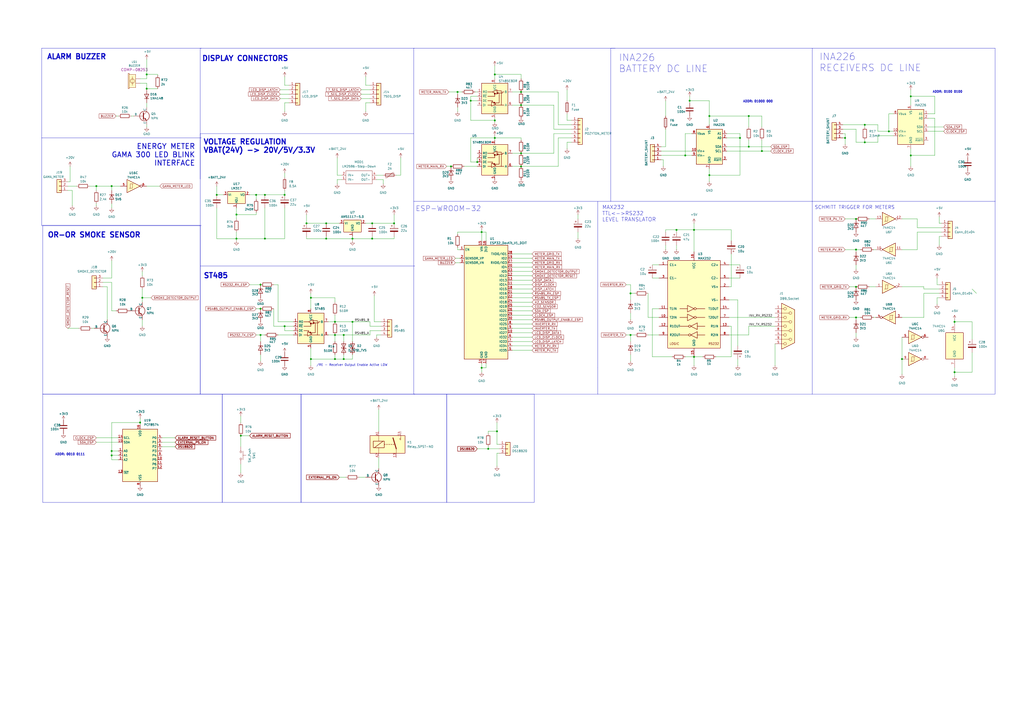
<source format=kicad_sch>
(kicad_sch (version 20231120) (generator "eeschema") (generator_version "8.0")
  (paper "A2")
  (junction (at 276.86 93.98))
  (junction (at 496.57 144.78))
  (junction (at 429.26 80.01))
  (junction (at 287.02 80.01))
  (junction (at 392.43 133.35))
  (junction (at 151.13 165.1))
  (junction (at 180.34 172.72))
  (junction (at 283.21 260.35))
  (junction (at 228.6 129.54))
  (junction (at 496.57 184.15))
  (junction (at 302.26 96.52))
  (junction (at 441.96 87.63))
  (junction (at 180.34 208.28))
  (junction (at 553.72 186.69))
  (junction (at 528.32 55.88))
  (junction (at 55.88 107.95))
  (junction (at 397.51 90.17))
  (junction (at 215.9 138.43))
  (junction (at 273.05 58.42))
  (junction (at 279.4 134.62))
  (junction (at 199.39 208.28))
  (junction (at 194.31 186.69))
  (junction (at 165.1 113.03))
  (junction (at 302.26 60.96))
  (junction (at 153.67 138.43))
  (junction (at 189.23 138.43))
  (junction (at 64.77 264.16))
  (junction (at 411.48 67.31))
  (junction (at 194.31 194.31))
  (junction (at 165.1 189.23))
  (junction (at 288.29 250.19))
  (junction (at 287.02 43.18))
  (junction (at 261.62 96.52))
  (junction (at 81.28 245.11))
  (junction (at 151.13 194.31))
  (junction (at 434.34 85.09))
  (junction (at 153.67 113.03))
  (junction (at 204.47 186.69))
  (junction (at 82.55 172.72))
  (junction (at 490.22 80.01))
  (junction (at 523.24 208.28))
  (junction (at 501.65 72.39))
  (junction (at 402.59 133.35))
  (junction (at 528.32 90.17))
  (junction (at 501.65 82.55))
  (junction (at 148.59 113.03))
  (junction (at 365.76 194.31))
  (junction (at 302.26 88.9))
  (junction (at 125.73 113.03))
  (junction (at 199.39 194.31))
  (junction (at 204.47 138.43))
  (junction (at 137.16 124.46))
  (junction (at 496.57 127))
  (junction (at 496.57 166.37))
  (junction (at 215.9 129.54))
  (junction (at 64.77 261.62))
  (junction (at 139.7 252.73))
  (junction (at 302.26 53.34))
  (junction (at 553.72 215.9))
  (junction (at 137.16 138.43))
  (junction (at 411.48 101.6))
  (junction (at 151.13 179.07))
  (junction (at 177.8 129.54))
  (junction (at 265.43 53.34))
  (junction (at 189.23 129.54))
  (junction (at 64.77 107.95))
  (junction (at 85.09 51.435))
  (junction (at 365.76 170.18))
  (junction (at 279.4 213.36))
  (junction (at 434.34 67.31))
  (junction (at 85.09 43.18))
  (junction (at 194.31 208.28))
  (junction (at 402.59 207.01))
  (junction (at 287.02 69.85))
  (junction (at 400.05 58.42))
  (junction (at 515.62 76.2))
  (bus_entry (at 563.88 167.64) (size 2.54 2.54))
  (wire (pts (xy 52.07 107.95) (xy 55.88 107.95)))
  (wire (pts (xy 214.63 49.53) (xy 212.09 49.53)))
  (wire (pts (xy 194.31 175.26) (xy 194.31 172.72)))
  (wire (pts (xy 427.99 200.66) (xy 427.99 173.99)))
  (wire (pts (xy 302.26 88.9) (xy 297.18 88.9)))
  (wire (pts (xy 384.81 92.71) (xy 384.81 96.52)))
  (wire (pts (xy 180.34 208.28) (xy 180.34 212.09)))
  (wire (pts (xy 180.34 201.93) (xy 180.34 208.28)))
  (wire (pts (xy 67.31 67.31) (xy 68.58 67.31)))
  (wire (pts (xy 287.02 78.74) (xy 287.02 80.01)))
  (wire (pts (xy 180.34 170.18) (xy 180.34 172.72)))
  (wire (pts (xy 59.69 166.37) (xy 62.23 166.37)))
  (wire (pts (xy 85.09 45.72) (xy 85.09 43.18)))
  (wire (pts (xy 283.21 260.35) (xy 283.21 259.08)))
  (wire (pts (xy 204.47 138.43) (xy 204.47 139.7)))
  (wire (pts (xy 276.86 91.44) (xy 276.86 93.98)))
  (wire (pts (xy 212.09 59.69) (xy 214.63 59.69)))
  (polyline (pts (xy 24.13 130.81) (xy 24.13 80.01)))
  (wire (pts (xy 55.88 107.95) (xy 55.88 110.49)))
  (wire (pts (xy 434.34 189.23) (xy 434.34 194.31)))
  (wire (pts (xy 204.47 208.28) (xy 199.39 208.28)))
  (wire (pts (xy 287.02 80.01) (xy 302.26 80.01)))
  (wire (pts (xy 297.18 154.94) (xy 308.61 154.94)))
  (wire (pts (xy 546.1 132.08) (xy 532.13 132.08)))
  (wire (pts (xy 151.13 194.31) (xy 153.67 194.31)))
  (wire (pts (xy 161.29 194.31) (xy 170.18 194.31)))
  (wire (pts (xy 177.8 129.54) (xy 189.23 129.54)))
  (wire (pts (xy 386.08 74.93) (xy 386.08 85.09)))
  (wire (pts (xy 229.87 101.6) (xy 232.41 101.6)))
  (wire (pts (xy 153.67 138.43) (xy 153.67 120.65)))
  (wire (pts (xy 509.27 78.74) (xy 509.27 82.55)))
  (wire (pts (xy 39.37 105.41) (xy 40.64 105.41)))
  (wire (pts (xy 308.61 180.34) (xy 297.18 180.34)))
  (wire (pts (xy 220.98 191.77) (xy 214.63 191.77)))
  (wire (pts (xy 544.83 137.16) (xy 546.1 137.16)))
  (wire (pts (xy 496.57 74.93) (xy 488.95 74.93)))
  (wire (pts (xy 82.55 157.48) (xy 82.55 160.02)))
  (wire (pts (xy 490.22 144.78) (xy 496.57 144.78)))
  (wire (pts (xy 543.56 165.1) (xy 543.56 161.29)))
  (wire (pts (xy 538.48 68.58) (xy 542.29 68.58)))
  (wire (pts (xy 287.02 43.18) (xy 302.26 43.18)))
  (wire (pts (xy 259.08 96.52) (xy 261.62 96.52)))
  (wire (pts (xy 421.64 87.63) (xy 441.96 87.63)))
  (wire (pts (xy 297.18 149.86) (xy 308.61 149.86)))
  (polyline (pts (xy 356.87 27.94) (xy 240.03 27.94)))
  (wire (pts (xy 496.57 144.78) (xy 499.11 144.78)))
  (wire (pts (xy 81.28 45.72) (xy 85.09 45.72)))
  (wire (pts (xy 196.85 276.86) (xy 200.66 276.86)))
  (polyline (pts (xy 577.215 27.94) (xy 471.17 27.94)))
  (polyline (pts (xy 240.03 228.6) (xy 240.03 116.84)))
  (wire (pts (xy 55.88 254) (xy 68.58 254)))
  (polyline (pts (xy 471.17 116.84) (xy 471.17 27.94)))
  (wire (pts (xy 279.4 213.36) (xy 281.94 213.36)))
  (wire (pts (xy 402.59 212.09) (xy 402.59 207.01)))
  (polyline (pts (xy 240.03 116.84) (xy 354.33 116.84)))
  (wire (pts (xy 411.48 58.42) (xy 400.05 58.42)))
  (wire (pts (xy 488.95 77.47) (xy 490.22 77.47)))
  (wire (pts (xy 506.73 144.78) (xy 508 144.78)))
  (wire (pts (xy 501.65 82.55) (xy 501.65 81.28)))
  (wire (pts (xy 532.13 132.08) (xy 532.13 127)))
  (wire (pts (xy 543.56 176.53) (xy 543.56 172.72)))
  (wire (pts (xy 553.72 215.9) (xy 563.88 215.9)))
  (wire (pts (xy 161.29 186.69) (xy 170.18 186.69)))
  (wire (pts (xy 528.32 55.88) (xy 542.29 55.88)))
  (wire (pts (xy 82.55 172.72) (xy 82.55 175.26)))
  (wire (pts (xy 279.4 213.36) (xy 279.4 215.9)))
  (wire (pts (xy 488.95 80.01) (xy 490.22 80.01)))
  (wire (pts (xy 297.18 195.58) (xy 308.61 195.58)))
  (wire (pts (xy 144.78 252.73) (xy 139.7 252.73)))
  (wire (pts (xy 302.26 96.52) (xy 297.18 96.52)))
  (wire (pts (xy 506.73 184.15) (xy 508 184.15)))
  (wire (pts (xy 397.51 90.17) (xy 401.32 90.17)))
  (wire (pts (xy 218.44 101.6) (xy 222.25 101.6)))
  (wire (pts (xy 64.77 118.11) (xy 64.77 120.65)))
  (polyline (pts (xy 240.03 27.94) (xy 240.03 116.84)))
  (wire (pts (xy 273.05 80.01) (xy 273.05 93.98)))
  (wire (pts (xy 264.16 149.86) (xy 266.7 149.86)))
  (wire (pts (xy 308.61 165.1) (xy 297.18 165.1)))
  (wire (pts (xy 365.76 170.18) (xy 365.76 165.1)))
  (wire (pts (xy 415.29 207.01) (xy 424.18 207.01)))
  (wire (pts (xy 496.57 153.67) (xy 496.57 156.21)))
  (polyline (pts (xy 116.205 77.47) (xy 240.03 77.47)))
  (wire (pts (xy 41.91 119.38) (xy 41.91 110.49)))
  (wire (pts (xy 289.56 260.35) (xy 283.21 260.35)))
  (wire (pts (xy 165.1 59.69) (xy 167.64 59.69)))
  (polyline (pts (xy 116.84 130.81) (xy 24.13 130.81)))
  (wire (pts (xy 449.58 212.09) (xy 449.58 199.39)))
  (wire (pts (xy 434.34 194.31) (xy 422.91 194.31)))
  (wire (pts (xy 85.09 73.66) (xy 85.09 72.39)))
  (wire (pts (xy 302.26 80.01) (xy 302.26 81.28)))
  (wire (pts (xy 429.26 80.01) (xy 429.26 77.47)))
  (wire (pts (xy 273.05 58.42) (xy 273.05 55.88)))
  (wire (pts (xy 501.65 72.39) (xy 501.65 73.66)))
  (wire (pts (xy 492.76 184.15) (xy 496.57 184.15)))
  (wire (pts (xy 279.4 133.35) (xy 279.4 134.62)))
  (wire (pts (xy 273.05 93.98) (xy 276.86 93.98)))
  (wire (pts (xy 55.88 118.11) (xy 55.88 119.38)))
  (wire (pts (xy 490.22 80.01) (xy 490.22 83.82)))
  (wire (pts (xy 535.94 166.37) (xy 523.24 166.37)))
  (polyline (pts (xy 577.215 228.6) (xy 577.215 116.84)))
  (wire (pts (xy 532.13 144.78) (xy 523.24 144.78)))
  (wire (pts (xy 53.34 190.5) (xy 54.61 190.5)))
  (wire (pts (xy 194.31 172.72) (xy 180.34 172.72)))
  (wire (pts (xy 542.29 66.04) (xy 542.29 55.88)))
  (wire (pts (xy 287.02 43.18) (xy 287.02 45.72)))
  (wire (pts (xy 496.57 193.04) (xy 496.57 195.58)))
  (wire (pts (xy 39.37 107.95) (xy 44.45 107.95)))
  (wire (pts (xy 189.23 137.16) (xy 189.23 138.43)))
  (wire (pts (xy 204.47 137.16) (xy 204.47 138.43)))
  (wire (pts (xy 515.62 66.04) (xy 515.62 76.2)))
  (wire (pts (xy 151.13 205.74) (xy 151.13 209.55)))
  (wire (pts (xy 411.48 67.31) (xy 411.48 72.39)))
  (wire (pts (xy 378.46 179.07) (xy 378.46 207.01)))
  (wire (pts (xy 518.16 66.04) (xy 515.62 66.04)))
  (wire (pts (xy 208.28 276.86) (xy 212.09 276.86)))
  (wire (pts (xy 214.63 191.77) (xy 214.63 194.31)))
  (wire (pts (xy 535.94 170.18) (xy 535.94 184.15)))
  (wire (pts (xy 427.99 212.09) (xy 427.99 208.28)))
  (wire (pts (xy 297.18 198.12) (xy 308.61 198.12)))
  (wire (pts (xy 162.56 54.61) (xy 167.64 54.61)))
  (wire (pts (xy 434.34 67.31) (xy 434.34 73.66)))
  (wire (pts (xy 375.92 184.15) (xy 375.92 170.18)))
  (wire (pts (xy 422.91 153.67) (xy 429.26 153.67)))
  (wire (pts (xy 91.44 43.815) (xy 91.44 43.18)))
  (wire (pts (xy 68.58 266.7) (xy 64.77 266.7)))
  (polyline (pts (xy 240.284 27.94) (xy 116.078 27.94)))
  (wire (pts (xy 321.31 88.9) (xy 302.26 88.9)))
  (wire (pts (xy 528.32 90.17) (xy 528.32 96.52)))
  (wire (pts (xy 220.98 186.69) (xy 217.17 186.69)))
  (polyline (pts (xy 24.13 80.01) (xy 116.84 80.01)))
  (wire (pts (xy 218.44 194.31) (xy 220.98 194.31)))
  (wire (pts (xy 365.76 173.99) (xy 365.76 170.18)))
  (wire (pts (xy 411.48 58.42) (xy 411.48 67.31)))
  (wire (pts (xy 283.21 251.46) (xy 283.21 250.19)))
  (wire (pts (xy 297.18 193.04) (xy 308.61 193.04)))
  (wire (pts (xy 269.24 96.52) (xy 276.86 96.52)))
  (wire (pts (xy 335.28 124.46) (xy 335.28 127)))
  (wire (pts (xy 287.02 69.85) (xy 287.02 68.58)))
  (wire (pts (xy 538.48 66.04) (xy 542.29 66.04)))
  (wire (pts (xy 137.16 138.43) (xy 137.16 134.62)))
  (wire (pts (xy 177.8 129.54) (xy 177.8 124.46)))
  (wire (pts (xy 421.64 80.01) (xy 429.26 80.01)))
  (wire (pts (xy 264.16 152.4) (xy 266.7 152.4)))
  (wire (pts (xy 64.77 245.11) (xy 81.28 245.11)))
  (wire (pts (xy 93.98 259.08) (xy 101.6 259.08)))
  (wire (pts (xy 265.43 144.78) (xy 265.43 143.51)))
  (wire (pts (xy 297.18 175.26) (xy 308.61 175.26)))
  (wire (pts (xy 228.6 138.43) (xy 228.6 137.16)))
  (wire (pts (xy 302.26 53.34) (xy 297.18 53.34)))
  (wire (pts (xy 189.23 138.43) (xy 204.47 138.43)))
  (wire (pts (xy 434.34 85.09) (xy 447.04 85.09)))
  (wire (pts (xy 546.1 134.62) (xy 532.13 134.62)))
  (wire (pts (xy 553.72 186.69) (xy 563.88 186.69)))
  (wire (pts (xy 265.43 62.23) (xy 265.43 64.77)))
  (wire (pts (xy 308.61 185.42) (xy 297.18 185.42)))
  (wire (pts (xy 400.05 58.42) (xy 400.05 59.69)))
  (wire (pts (xy 392.43 133.35) (xy 386.08 133.35)))
  (wire (pts (xy 162.56 52.07) (xy 167.64 52.07)))
  (wire (pts (xy 288.29 262.89) (xy 289.56 262.89)))
  (wire (pts (xy 198.12 101.6) (xy 195.58 101.6)))
  (wire (pts (xy 427.99 173.99) (xy 422.91 173.99)))
  (wire (pts (xy 260.35 53.34) (xy 265.43 53.34)))
  (wire (pts (xy 85.09 48.26) (xy 85.09 51.435)))
  (wire (pts (xy 137.16 124.46) (xy 137.16 127)))
  (wire (pts (xy 266.7 144.78) (xy 265.43 144.78)))
  (wire (pts (xy 85.09 43.18) (xy 85.09 34.29)))
  (wire (pts (xy 328.93 52.07) (xy 328.93 58.42)))
  (wire (pts (xy 82.55 189.23) (xy 82.55 185.42)))
  (polyline (pts (xy 577.215 116.84) (xy 577.215 27.94)))
  (wire (pts (xy 214.63 189.23) (xy 214.63 186.69)))
  (wire (pts (xy 204.47 138.43) (xy 215.9 138.43)))
  (wire (pts (xy 281.94 213.36) (xy 281.94 210.82)))
  (wire (pts (xy 308.61 172.72) (xy 297.18 172.72)))
  (polyline (pts (xy 354.33 116.84) (xy 471.17 116.84)))
  (wire (pts (xy 424.18 189.23) (xy 424.18 207.01)))
  (wire (pts (xy 543.56 172.72) (xy 544.83 172.72)))
  (wire (pts (xy 153.67 113.03) (xy 165.1 113.03)))
  (wire (pts (xy 365.76 205.74) (xy 365.76 209.55)))
  (wire (pts (xy 297.18 177.8) (xy 308.61 177.8)))
  (wire (pts (xy 424.18 166.37) (xy 422.91 166.37)))
  (wire (pts (xy 496.57 184.15) (xy 499.11 184.15)))
  (polyline (pts (xy 346.71 228.6) (xy 346.71 213.36)))
  (wire (pts (xy 429.26 77.47) (xy 421.64 77.47)))
  (wire (pts (xy 492.76 166.37) (xy 496.57 166.37)))
  (wire (pts (xy 411.48 97.79) (xy 411.48 101.6)))
  (wire (pts (xy 528.32 90.17) (xy 542.29 90.17)))
  (wire (pts (xy 378.46 207.01) (xy 389.89 207.01)))
  (wire (pts (xy 501.65 72.39) (xy 509.27 72.39)))
  (wire (pts (xy 328.93 86.36) (xy 328.93 82.55)))
  (wire (pts (xy 392.43 133.35) (xy 392.43 134.62)))
  (wire (pts (xy 219.71 237.49) (xy 219.71 250.19)))
  (wire (pts (xy 265.43 54.61) (xy 265.43 53.34)))
  (wire (pts (xy 170.18 191.77) (xy 165.1 191.77)))
  (wire (pts (xy 496.57 82.55) (xy 501.65 82.55)))
  (wire (pts (xy 383.54 85.09) (xy 386.08 85.09)))
  (wire (pts (xy 544.83 170.18) (xy 535.94 170.18)))
  (polyline (pts (xy 116.205 228.6) (xy 116.205 154.305)))
  (wire (pts (xy 542.29 90.17) (xy 542.29 68.58)))
  (wire (pts (xy 219.71 265.43) (xy 219.71 271.78)))
  (wire (pts (xy 41.91 110.49) (xy 39.37 110.49)))
  (wire (pts (xy 82.55 167.64) (xy 82.55 172.72)))
  (wire (pts (xy 421.64 85.09) (xy 434.34 85.09)))
  (wire (pts (xy 68.58 256.54) (xy 55.88 256.54)))
  (wire (pts (xy 509.27 82.55) (xy 501.65 82.55)))
  (wire (pts (xy 209.55 57.15) (xy 214.63 57.15)))
  (wire (pts (xy 199.39 205.74) (xy 199.39 208.28)))
  (wire (pts (xy 137.16 139.7) (xy 137.16 138.43)))
  (wire (pts (xy 297.18 170.18) (xy 308.61 170.18)))
  (wire (pts (xy 199.39 208.28) (xy 194.31 208.28)))
  (wire (pts (xy 434.34 67.31) (xy 441.96 67.31)))
  (wire (pts (xy 273.05 55.88) (xy 276.86 55.88)))
  (wire (pts (xy 402.59 133.35) (xy 392.43 133.35)))
  (wire (pts (xy 308.61 162.56) (xy 297.18 162.56)))
  (wire (pts (xy 297.18 187.96) (xy 308.61 187.96)))
  (wire (pts (xy 308.61 182.88) (xy 297.18 182.88)))
  (wire (pts (xy 532.13 127) (xy 523.24 127)))
  (wire (pts (xy 441.96 81.28) (xy 441.96 87.63)))
  (wire (pts (xy 232.41 101.6) (xy 232.41 91.44)))
  (wire (pts (xy 204.47 186.69) (xy 214.63 186.69)))
  (wire (pts (xy 195.58 91.44) (xy 195.58 101.6)))
  (wire (pts (xy 331.47 77.47) (xy 321.31 77.47)))
  (wire (pts (xy 222.25 104.14) (xy 218.44 104.14)))
  (wire (pts (xy 544.83 165.1) (xy 543.56 165.1)))
  (wire (pts (xy 365.76 198.12) (xy 365.76 194.31)))
  (wire (pts (xy 523.24 208.28) (xy 523.24 217.17)))
  (wire (pts (xy 422.91 161.29) (xy 429.26 161.29)))
  (wire (pts (xy 515.62 76.2) (xy 518.16 76.2)))
  (wire (pts (xy 165.1 49.53) (xy 165.1 44.45)))
  (wire (pts (xy 85.09 59.69) (xy 85.09 62.23)))
  (wire (pts (xy 488.95 72.39) (xy 501.65 72.39)))
  (wire (pts (xy 308.61 167.64) (xy 297.18 167.64)))
  (wire (pts (xy 85.09 107.95) (xy 92.71 107.95)))
  (wire (pts (xy 535.94 167.64) (xy 535.94 166.37)))
  (wire (pts (xy 195.58 104.14) (xy 198.12 104.14)))
  (wire (pts (xy 64.77 264.16) (xy 64.77 261.62)))
  (wire (pts (xy 139.7 252.73) (xy 139.7 259.08)))
  (wire (pts (xy 397.51 77.47) (xy 397.51 90.17)))
  (wire (pts (xy 382.27 179.07) (xy 378.46 179.07)))
  (wire (pts (xy 302.26 45.72) (xy 302.26 43.18)))
  (polyline (pts (xy 24.13 27.94) (xy 116.84 27.94)))
  (wire (pts (xy 139.7 241.3) (xy 139.7 245.11)))
  (wire (pts (xy 273.05 69.85) (xy 273.05 58.42)))
  (wire (pts (xy 321.31 77.47) (xy 321.31 88.9)))
  (wire (pts (xy 125.73 113.03) (xy 129.54 113.03)))
  (wire (pts (xy 64.77 261.62) (xy 64.77 245.11)))
  (wire (pts (xy 378.46 153.67) (xy 382.27 153.67)))
  (wire (pts (xy 165.1 191.77) (xy 165.1 189.23)))
  (wire (pts (xy 287.02 80.01) (xy 287.02 81.28)))
  (wire (pts (xy 180.34 172.72) (xy 180.34 179.07)))
  (wire (pts (xy 137.16 138.43) (xy 153.67 138.43)))
  (wire (pts (xy 265.43 135.89) (xy 265.43 134.62)))
  (wire (pts (xy 397.51 207.01) (xy 402.59 207.01)))
  (wire (pts (xy 158.75 189.23) (xy 158.75 179.07)))
  (wire (pts (xy 125.73 113.03) (xy 125.73 107.95)))
  (wire (pts (xy 297.18 160.02) (xy 308.61 160.02)))
  (wire (pts (xy 55.88 107.95) (xy 64.77 107.95)))
  (wire (pts (xy 449.58 189.23) (xy 434.34 189.23)))
  (wire (pts (xy 496.57 185.42) (xy 496.57 184.15)))
  (wire (pts (xy 220.98 189.23) (xy 214.63 189.23)))
  (wire (pts (xy 287.02 71.12) (xy 287.02 69.85)))
  (wire (pts (xy 165.1 138.43) (xy 165.1 120.65)))
  (wire (pts (xy 59.69 161.29) (xy 64.77 161.29)))
  (polyline (pts (xy 240.665 228.6) (xy 116.205 228.6)))
  (wire (pts (xy 64.77 163.83) (xy 64.77 180.34)))
  (wire (pts (xy 331.47 72.39) (xy 323.85 72.39)))
  (wire (pts (xy 331.47 69.85) (xy 328.93 69.85)))
  (wire (pts (xy 308.61 147.32) (xy 297.18 147.32)))
  (wire (pts (xy 177.8 137.16) (xy 177.8 138.43)))
  (wire (pts (xy 400.05 55.88) (xy 400.05 58.42)))
  (wire (pts (xy 546.1 129.54) (xy 544.83 129.54)))
  (wire (pts (xy 139.7 269.24) (xy 139.7 274.32)))
  (wire (pts (xy 165.1 100.33) (xy 165.1 102.87)))
  (wire (pts (xy 331.47 80.01) (xy 323.85 80.01)))
  (wire (pts (xy 523.24 195.58) (xy 523.24 208.28)))
  (wire (pts (xy 137.16 138.43) (xy 125.73 138.43)))
  (wire (pts (xy 228.6 129.54) (xy 228.6 124.46)))
  (wire (pts (xy 328.93 82.55) (xy 331.47 82.55)))
  (wire (pts (xy 199.39 194.31) (xy 199.39 198.12)))
  (wire (pts (xy 504.19 127) (xy 508 127)))
  (wire (pts (xy 209.55 54.61) (xy 214.63 54.61)))
  (wire (pts (xy 276.86 260.35) (xy 283.21 260.35)))
  (wire (pts (xy 302.26 60.96) (xy 321.31 60.96)))
  (wire (pts (xy 64.77 266.7) (xy 64.77 264.16)))
  (polyline (pts (xy 24.13 80.01) (xy 24.13 27.94)))
  (wire (pts (xy 265.43 53.34) (xy 267.97 53.34)))
  (wire (pts (xy 287.02 80.01) (xy 273.05 80.01)))
  (wire (pts (xy 411.48 101.6) (xy 429.26 101.6)))
  (polyline (pts (xy 116.205 154.305) (xy 116.205 77.47)))
  (wire (pts (xy 382.27 184.15) (xy 375.92 184.15)))
  (wire (pts (xy 91.44 51.435) (xy 85.09 51.435)))
  (wire (pts (xy 544.83 129.54) (xy 544.83 125.73)))
  (wire (pts (xy 402.59 133.35) (xy 424.18 133.35)))
  (wire (pts (xy 82.55 172.72) (xy 87.63 172.72)))
  (wire (pts (xy 429.26 101.6) (xy 429.26 80.01)))
  (wire (pts (xy 125.73 138.43) (xy 125.73 120.65)))
  (wire (pts (xy 165.1 110.49) (xy 165.1 113.03)))
  (wire (pts (xy 64.77 261.62) (xy 68.58 261.62)))
  (wire (pts (xy 283.21 250.19) (xy 288.29 250.19)))
  (wire (pts (xy 161.29 165.1) (xy 161.29 186.69)))
  (wire (pts (xy 151.13 198.12) (xy 151.13 194.31)))
  (wire (pts (xy 424.18 133.35) (xy 424.18 139.7)))
  (wire (pts (xy 490.22 77.47) (xy 490.22 80.01)))
  (polyline (pts (xy 354.33 116.84) (xy 354.33 27.94)))
  (wire (pts (xy 40.64 96.52) (xy 40.64 105.41)))
  (wire (pts (xy 194.31 194.31) (xy 199.39 194.31)))
  (wire (pts (xy 265.43 134.62) (xy 279.4 134.62)))
  (wire (pts (xy 158.75 165.1) (xy 161.29 165.1)))
  (wire (pts (xy 308.61 200.66) (xy 297.18 200.66)))
  (wire (pts (xy 62.23 166.37) (xy 62.23 185.42)))
  (wire (pts (xy 167.64 49.53) (xy 165.1 49.53)))
  (wire (pts (xy 64.77 161.29) (xy 64.77 151.13)))
  (wire (pts (xy 275.59 53.34) (xy 276.86 53.34)))
  (wire (pts (xy 528.32 52.07) (xy 528.32 55.88)))
  (wire (pts (xy 287.02 69.85) (xy 273.05 69.85)))
  (wire (pts (xy 288.29 250.19) (xy 288.29 257.81)))
  (wire (pts (xy 148.59 113.03) (xy 153.67 113.03)))
  (wire (pts (xy 287.02 38.1) (xy 287.02 43.18)))
  (wire (pts (xy 323.85 72.39) (xy 323.85 53.34)))
  (wire (pts (xy 308.61 152.4) (xy 297.18 152.4)))
  (wire (pts (xy 64.77 264.16) (xy 68.58 264.16)))
  (wire (pts (xy 199.39 194.31) (xy 214.63 194.31)))
  (wire (pts (xy 563.88 204.47) (xy 563.88 215.9)))
  (wire (pts (xy 158.75 189.23) (xy 165.1 189.23)))
  (wire (pts (xy 363.22 165.1) (xy 365.76 165.1)))
  (wire (pts (xy 194.31 182.88) (xy 194.31 186.69)))
  (wire (pts (xy 538.48 73.66) (xy 547.37 73.66)))
  (wire (pts (xy 93.98 256.54) (xy 101.6 256.54)))
  (wire (pts (xy 528.32 55.88) (xy 528.32 60.96)))
  (wire (pts (xy 279.4 134.62) (xy 279.4 139.7)))
  (wire (pts (xy 401.32 77.47) (xy 397.51 77.47)))
  (wire (pts (xy 194.31 208.28) (xy 180.34 208.28)))
  (wire (pts (xy 422.91 189.23) (xy 424.18 189.23)))
  (wire (pts (xy 81.28 242.57) (xy 81.28 245.11)))
  (wire (pts (xy 288.29 270.51) (xy 288.29 262.89)))
  (wire (pts (xy 64.77 180.34) (xy 67.31 180.34)))
  (wire (pts (xy 81.28 48.26) (xy 85.09 48.26)))
  (wire (pts (xy 563.88 186.69) (xy 563.88 196.85)))
  (wire (pts (xy 365.76 170.18) (xy 368.3 170.18)))
  (wire (pts (xy 496.57 82.55) (xy 496.57 74.93)))
  (wire (pts (xy 153.67 138.43) (xy 165.1 138.43)))
  (wire (pts (xy 85.09 51.435) (xy 85.09 52.07)))
  (wire (pts (xy 553.72 215.9) (xy 553.72 213.36)))
  (wire (pts (xy 218.44 195.58) (xy 218.44 194.31)))
  (wire (pts (xy 144.78 113.03) (xy 148.59 113.03)))
  (wire (pts (xy 490.22 127) (xy 496.57 127)))
  (wire (pts (xy 212.09 49.53) (xy 212.09 44.45)))
  (wire (pts (xy 297.18 190.5) (xy 308.61 190.5)))
  (wire (pts (xy 194.31 194.31) (xy 194.31 198.12)))
  (wire (pts (xy 509.27 76.2) (xy 515.62 76.2)))
  (wire (pts (xy 323.85 80.01) (xy 323.85 96.52)))
  (wire (pts (xy 363.22 194.31) (xy 365.76 194.31)))
  (wire (pts (xy 323.85 53.34) (xy 302.26 53.34)))
  (wire (pts (xy 544.83 167.64) (xy 535.94 167.64)))
  (wire (pts (xy 222.25 104.14) (xy 222.25 106.68)))
  (wire (pts (xy 496.57 146.05) (xy 496.57 144.78)))
  (wire (pts (xy 137.16 124.46) (xy 137.16 120.65)))
  (polyline (pts (xy 346.71 228.6) (xy 240.03 228.6)))
  (wire (pts (xy 386.08 58.42) (xy 386.08 67.31)))
  (wire (pts (xy 383.54 90.17) (xy 397.51 90.17)))
  (wire (pts (xy 504.19 166.37) (xy 508 166.37)))
  (wire (pts (xy 553.72 185.42) (xy 553.72 186.69)))
  (wire (pts (xy 59.69 163.83) (xy 64.77 163.83)))
  (wire (pts (xy 93.98 254) (xy 101.6 254)))
  (wire (pts (xy 386.08 133.35) (xy 386.08 134.62)))
  (wire (pts (xy 177.8 138.43) (xy 189.23 138.43)))
  (wire (pts (xy 411.48 67.31) (xy 434.34 67.31)))
  (wire (pts (xy 64.77 107.95) (xy 64.77 110.49)))
  (wire (pts (xy 383.54 87.63) (xy 401.32 87.63)))
  (wire (pts (xy 441.96 87.63) (xy 447.04 87.63)))
  (polyline (pts (xy 116.205 154.305) (xy 240.665 154.305)))
  (polyline (pts (xy 471.17 228.6) (xy 577.215 228.6)))
  (wire (pts (xy 39.37 190.5) (xy 45.72 190.5)))
  (wire (pts (xy 148.59 123.19) (xy 148.59 124.46)))
  (wire (pts (xy 215.9 138.43) (xy 215.9 137.16)))
  (wire (pts (xy 91.44 43.18) (xy 85.09 43.18)))
  (wire (pts (xy 375.92 194.31) (xy 382.27 194.31)))
  (wire (pts (xy 204.47 186.69) (xy 204.47 198.12)))
  (wire (pts (xy 281.94 139.7) (xy 281.94 134.62)))
  (wire (pts (xy 217.17 186.69) (xy 217.17 171.45)))
  (wire (pts (xy 289.56 257.81) (xy 288.29 257.81)))
  (wire (pts (xy 148.59 179.07) (xy 151.13 179.07)))
  (wire (pts (xy 288.29 245.11) (xy 288.29 250.19)))
  (wire (pts (xy 215.9 138.43) (xy 228.6 138.43)))
  (wire (pts (xy 535.94 184.15) (xy 523.24 184.15)))
  (wire (pts (xy 509.27 72.39) (xy 509.27 76.2)))
  (polyline (pts (xy 471.17 116.84) (xy 471.17 228.6)))
  (wire (pts (xy 402.59 207.01) (xy 407.67 207.01)))
  (wire (pts (xy 297.18 60.96) (xy 302.26 60.96)))
  (wire (pts (xy 365.76 181.61) (xy 365.76 185.42)))
  (wire (pts (xy 279.4 134.62) (xy 281.94 134.62)))
  (wire (pts (xy 148.59 113.03) (xy 148.59 115.57)))
  (wire (pts (xy 411.48 101.6) (xy 411.48 105.41)))
  (wire (pts (xy 144.78 165.1) (xy 151.13 165.1)))
  (wire (pts (xy 328.93 66.04) (xy 328.93 69.85)))
  (wire (pts (xy 402.59 133.35) (xy 402.59 146.05)))
  (wire (pts (xy 194.31 205.74) (xy 194.31 208.28)))
  (wire (pts (xy 538.48 76.2) (xy 547.37 76.2)))
  (wire (pts (xy 64.77 107.95) (xy 69.85 107.95)))
  (polyline (pts (xy 471.17 116.84) (xy 577.215 116.84)))
  (wire (pts (xy 212.09 64.77) (xy 212.09 59.69)))
  (wire (pts (xy 189.23 129.54) (xy 196.85 129.54)))
  (wire (pts (xy 441.96 67.31) (xy 441.96 73.66)))
  (wire (pts (xy 297.18 157.48) (xy 308.61 157.48)))
  (wire (pts (xy 378.46 161.29) (xy 382.27 161.29)))
  (wire (pts (xy 509.27 78.74) (xy 518.16 78.74)))
  (wire (pts (xy 162.56 57.15) (xy 167.64 57.15)))
  (wire (pts (xy 190.5 194.31) (xy 194.31 194.31)))
  (polyline (pts (xy 577.215 116.84) (xy 577.215 116.84)))
  (wire (pts (xy 165.1 189.23) (xy 170.18 189.23)))
  (wire (pts (xy 386.08 142.24) (xy 386.08 144.78)))
  (wire (pts (xy 553.72 218.44) (xy 553.72 215.9)))
  (wire (pts (xy 273.05 58.42) (xy 276.86 58.42)))
  (wire (pts (xy 279.4 210.82) (xy 279.4 213.36)))
  (wire (pts (xy 392.43 142.24) (xy 392.43 144.78)))
  (wire (pts (xy 194.31 186.69) (xy 204.47 186.69)))
  (wire (pts (xy 323.85 96.52) (xy 302.26 96.52)))
  (wire (pts (xy 321.31 74.93) (xy 331.47 74.93)))
  (wire (pts (xy 321.31 60.96) (xy 321.31 74.93)))
  (wire (pts (xy 424.18 147.32) (xy 424.18 166.37)))
  (wire (pts (xy 402.59 129.54) (xy 402.59 133.35)))
  (wire (pts (xy 544.83 142.24) (xy 544.83 137.16)))
  (wire (pts (xy 165.1 64.77) (xy 165.1 59.69)))
  (wire (pts (xy 434.34 81.28) (xy 434.34 85.09)))
  (wire (pts (xy 553.72 186.69) (xy 553.72 187.96)))
  (wire (pts (xy 195.58 106.68) (xy 195.58 104.14)))
  (polyline (pts (xy 346.71 116.84) (xy 346.71 213.36)))
  (wire (pts (xy 335.28 134.62) (xy 335.28 138.43)))
  (wire (pts (xy 190.5 186.69) (xy 194.31 186.69)))
  (wire (pts (xy 532.13 134.62) (xy 532.13 144.78)))
  (polyline (pts (xy 116.078 27.94) (xy 116.078 103.886)))
  (wire (pts (xy 383.54 92.71) (xy 384.81 92.71)))
  (wire (pts (xy 297.18 203.2) (xy 308.61 203.2)))
  (wire (pts (xy 422.91 184.15) (xy 449.58 184.15)))
  (wire (pts (xy 365.76 194.31) (xy 368.3 194.31)))
  (wire (pts (xy 209.55 52.07) (xy 214.63 52.07)))
  (wire (pts (xy 212.09 129.54) (xy 215.9 129.54)))
  (wire (pts (xy 148.59 194.31) (xy 151.13 194.31)))
  (polyline (pts (xy 471.17 27.94) (xy 354.33 27.94)))
  (wire (pts (xy 204.47 205.74) (xy 204.47 208.28)))
  (wire (pts (xy 528.32 86.36) (xy 528.32 90.17)))
  (wire (pts (xy 81.28 245.11) (xy 81.28 246.38)))
  (polyline (pts (xy 471.17 228.6) (xy 346.71 228.6)))
  (wire (pts (xy 76.2 67.31) (xy 77.47 67.31)))
  (wire (pts (xy 228.6 129.54) (xy 215.9 129.54)))
  (wire (pts (xy 148.59 124.46) (xy 137.16 124.46)))
  (rectangle (start 24.765 130.81) (end 116.205 228.6))
  (rectangle (start 174.625 228.6) (end 259.08 291.465))
  (rectangle (start 128.905 228.6) (end 174.625 291.465))
  (rectangle (start 259.08 228.6) (end 309.88 291.465))
  (rectangle (start 24.765 228.6) (end 128.905 291.465))
  (text "SCHMITT TRIGGER FOR METERS" (at 495.808 120.396 0) (effects (font (size 2 2))))
  (text "ADDR: 01000 000" (at 439.674 58.928 0) (effects (font (size 1.27 1.27) (bold yes))))
  (text "ENERGY METER\nGAMA 300 LED BLINK\nINTERFACE" (at 113.284 89.916 0) (effects (font (size 3 3) (thickness 0.4) (bold yes)) (justify right)))
  (text "ADDR: 0010 0111" (at 40.64 263.652 0) (effects (font (size 1.27 1.27) (bold yes))))
  (text "OR-OR SMOKE SENSOR" (at 54.61 136.398 0) (effects (font (size 3 3) (thickness 0.6) (bold yes))))
  (text "ESP-WROOM-32" (at 260.096 121.158 0) (effects (font (size 3 3))))
  (text "INA226\nRECEIVERS DC LINE" (at 475.234 36.322 0) (effects (font (size 4 4)) (justify left)))
  (text "/RE - Receiver Output Enable Active LOW" (at 204.216 211.836 0) (effects (font (size 1.27 1.27))))
  (text "MAX232\nTTL<->RS232\nLEVEL TRANSLATOR" (at 349.25 123.952 0) (effects (font (size 2.2 2.2)) (justify left)))
  (text "DISPLAY CONNECTORS" (at 142.24 34.036 0) (effects (font (size 3 3) (thickness 0.6) (bold yes))))
  (text "INA226\nBATTERY DC LINE" (at 358.902 36.83 0) (effects (font (size 4 4)) (justify left)))
  (text "ST485" (at 125.222 160.02 0) (effects (font (size 3 3) (thickness 0.6) (bold yes))))
  (text "ADDR: 0100 0100" (at 549.656 53.34 0) (effects (font (size 1.27 1.27) (bold yes))))
  (text "ALARM BUZZER" (at 44.45 33.02 0) (effects (font (size 3 3) (thickness 0.6) (bold yes))))
  (text "VOLTAGE REGULATION\nVBAT(24V) -> 20V/5V/3.3V" (at 117.856 84.836 0) (effects (font (size 3 3) (thickness 0.6) (bold yes)) (justify left)))
  (label "RS485_A" (at 205.74 194.31 0))
  (label "INV_RX_RS232" (at 434.34 184.15 0))
  (label "RS485_B" (at 205.74 186.69 0))
  (label "INV_TX_RS232" (at 434.34 189.23 0))
  (global_label "SDA_ESP" (shape input) (at 308.61 180.34 0) (property "Intersheetrefs" "${INTERSHEET_REFS}" (effects (hide yes))))
  (global_label "CLOCK_ESP" (shape input) (at 547.37 76.2 0) (property "Intersheetrefs" "${INTERSHEET_REFS}" (effects (hide yes))))
  (global_label "ALARM_RESET_BUTTON" (shape input) (at 144.78 252.73 0) (effects (font (bold yes))) (property "Intersheetrefs" "${INTERSHEET_REFS}" (effects (hide yes))))
  (global_label "METER_GRID_RX" (shape input) (at 308.61 152.4 0) (property "Intersheetrefs" "${INTERSHEET_REFS}" (effects (hide yes))))
  (global_label "SMOKE_DETECTOR_RESET" (shape input) (at 39.37 190.5 90) (property "Intersheetrefs" "${INTERSHEET_REFS}" (effects (hide yes))))
  (global_label "INVERTER_RX" (shape input) (at 308.61 187.96 0) (property "Intersheetrefs" "${INTERSHEET_REFS}" (effects (hide yes))))
  (global_label "RS485_RX_ESP" (shape input) (at 308.61 170.18 0) (property "Intersheetrefs" "${INTERSHEET_REFS}" (effects (hide yes))))
  (global_label "SMOKE_DETECTOR_OUTPUT" (shape input) (at 87.63 172.72 0) (property "Intersheetrefs" "${INTERSHEET_REFS}" (effects (hide yes))))
  (global_label "LCD_DISP_DATA" (shape input) (at 308.61 193.04 0) (property "Intersheetrefs" "${INTERSHEET_REFS}" (effects (hide yes))))
  (global_label "METER_PV_TX" (shape input) (at 308.61 203.2 0) (property "Intersheetrefs" "${INTERSHEET_REFS}" (effects (hide yes))))
  (global_label "DISP_DATA" (shape input) (at 308.61 162.56 0) (property "Intersheetrefs" "${INTERSHEET_REFS}" (effects (hide yes))))
  (global_label "LCD_DISP_DATA" (shape input) (at 162.56 57.15 180) (property "Intersheetrefs" "${INTERSHEET_REFS}" (effects (hide yes))))
  (global_label "SMOKE_DETECTOR_RESET" (shape input) (at 308.61 160.02 0) (property "Intersheetrefs" "${INTERSHEET_REFS}" (effects (hide yes))))
  (global_label "CLOCK_ESP" (shape input) (at 308.61 182.88 0) (property "Intersheetrefs" "${INTERSHEET_REFS}" (effects (hide yes))))
  (global_label "SDA_ESP" (shape input) (at 547.37 73.66 0) (property "Intersheetrefs" "${INTERSHEET_REFS}" (effects (hide yes))))
  (global_label "ALARM_RESET_BUTTON" (shape input) (at 101.6 254 0) (effects (font (bold yes))) (property "Intersheetrefs" "${INTERSHEET_REFS}" (effects (hide yes))))
  (global_label "METER_GRID_TX" (shape input) (at 308.61 147.32 0) (property "Intersheetrefs" "${INTERSHEET_REFS}" (effects (hide yes))))
  (global_label "RS485_OUTPUT_ENABLE_ESP" (shape input) (at 148.59 179.07 180) (property "Intersheetrefs" "${INTERSHEET_REFS}" (effects (hide yes))))
  (global_label "EXTERNAL_PS_ON" (shape input) (at 101.6 256.54 0) (effects (font (bold yes))) (property "Intersheetrefs" "${INTERSHEET_REFS}" (effects (hide yes))))
  (global_label "METER_PV_TX" (shape input) (at 490.22 127 180) (property "Intersheetrefs" "${INTERSHEET_REFS}" (effects (hide yes))))
  (global_label "SDA_ESP" (shape input) (at 447.04 85.09 0) (property "Intersheetrefs" "${INTERSHEET_REFS}" (effects (hide yes))))
  (global_label "INVERTER_TX" (shape input) (at 363.22 194.31 180) (property "Intersheetrefs" "${INTERSHEET_REFS}" (effects (hide yes))))
  (global_label "H2_SENSOR" (shape input) (at 308.61 175.26 0) (property "Intersheetrefs" "${INTERSHEET_REFS}" (effects (hide yes))))
  (global_label "RS485_OUTPUT_ENABLE_ESP" (shape input) (at 308.61 185.42 0) (property "Intersheetrefs" "${INTERSHEET_REFS}" (effects (hide yes))))
  (global_label "CO2_SENSOR" (shape input) (at 308.61 177.8 0) (property "Intersheetrefs" "${INTERSHEET_REFS}" (effects (hide yes))))
  (global_label "SDA_ESP" (shape input) (at 55.88 256.54 180) (property "Intersheetrefs" "${INTERSHEET_REFS}" (effects (hide yes))))
  (global_label "BUZZER" (shape input) (at 264.16 152.4 180) (property "Intersheetrefs" "${INTERSHEET_REFS}" (effects (hide yes))))
  (global_label "METER_GRID_TX" (shape input) (at 492.76 166.37 180) (property "Intersheetrefs" "${INTERSHEET_REFS}" (effects (hide yes))))
  (global_label "RS232_RX_ESP" (shape input) (at 144.78 165.1 180) (property "Intersheetrefs" "${INTERSHEET_REFS}" (effects (hide yes))))
  (global_label "INVERTER_TX" (shape input) (at 308.61 190.5 0) (property "Intersheetrefs" "${INTERSHEET_REFS}" (effects (hide yes))))
  (global_label "DS18B20" (shape input) (at 101.6 259.08 0) (effects (font (bold yes))) (property "Intersheetrefs" "${INTERSHEET_REFS}" (effects (hide yes))))
  (global_label "GAMA_METER_LED" (shape input) (at 92.71 107.95 0) (property "Intersheetrefs" "${INTERSHEET_REFS}" (effects (hide yes))))
  (global_label "METER_PV_RX" (shape input) (at 490.22 144.78 180) (property "Intersheetrefs" "${INTERSHEET_REFS}" (effects (hide yes))))
  (global_label "LCD_DISP_CLOCK" (shape input) (at 162.56 54.61 180) (property "Intersheetrefs" "${INTERSHEET_REFS}" (effects (hide yes))))
  (global_label "CLOCK_ESP" (shape input) (at 447.04 87.63 0) (property "Intersheetrefs" "${INTERSHEET_REFS}" (effects (hide yes))))
  (global_label "RS232_TX_ESP" (shape input) (at 148.59 194.31 180) (property "Intersheetrefs" "${INTERSHEET_REFS}" (effects (hide yes))))
  (global_label "INVERTER_RX" (shape input) (at 363.22 165.1 180) (property "Intersheetrefs" "${INTERSHEET_REFS}" (effects (hide yes))))
  (global_label "CLOCK_ESP" (shape input) (at 55.88 254 180) (property "Intersheetrefs" "${INTERSHEET_REFS}" (effects (hide yes))))
  (global_label "SMOKE_DETECTOR_OUTPUT" (shape input) (at 308.61 157.48 0) (property "Intersheetrefs" "${INTERSHEET_REFS}" (effects (hide yes))))
  (global_label "GAMA_METER_LED" (shape input) (at 264.16 149.86 180) (property "Intersheetrefs" "${INTERSHEET_REFS}" (effects (hide yes))))
  (global_label "METER_MAIN_TX" (shape input) (at 260.35 53.34 180) (property "Intersheetrefs" "${INTERSHEET_REFS}" (effects (hide yes))))
  (global_label "METER_MAIN_RX" (shape input) (at 308.61 154.94 0) (property "Intersheetrefs" "${INTERSHEET_REFS}" (effects (hide yes))))
  (global_label "METER_PV_RX" (shape input) (at 308.61 200.66 0) (property "Intersheetrefs" "${INTERSHEET_REFS}" (effects (hide yes))))
  (global_label "METER_MAIN_TX" (shape input) (at 308.61 149.86 0) (property "Intersheetrefs" "${INTERSHEET_REFS}" (effects (hide yes))))
  (global_label "7_SEG_DISP_DATA" (shape input) (at 209.55 57.15 180) (property "Intersheetrefs" "${INTERSHEET_REFS}" (effects (hide yes))))
  (global_label "METER_MAIN_RX" (shape input) (at 259.08 96.52 180) (property "Intersheetrefs" "${INTERSHEET_REFS}" (effects (hide yes))))
  (global_label "LCD_DISP_LATCH" (shape input) (at 308.61 198.12 0) (property "Intersheetrefs" "${INTERSHEET_REFS}" (effects (hide yes))))
  (global_label "LCD_DISP_LATCH" (shape input) (at 162.56 52.07 180) (property "Intersheetrefs" "${INTERSHEET_REFS}" (effects (hide yes))))
  (global_label "DS18B20" (shape input) (at 276.86 260.35 180) (effects (font (bold yes))) (property "Intersheetrefs" "${INTERSHEET_REFS}" (effects (hide yes))))
  (global_label "7_SEG_DISP_CLOCK" (shape input) (at 209.55 54.61 180) (property "Intersheetrefs" "${INTERSHEET_REFS}" (effects (hide yes))))
  (global_label "DISP_LATCH" (shape input) (at 308.61 167.64 0) (property "Intersheetrefs" "${INTERSHEET_REFS}" (effects (hide yes))))
  (global_label "DISP_CLOCK" (shape input) (at 308.61 165.1 0) (property "Intersheetrefs" "${INTERSHEET_REFS}" (effects (hide yes))))
  (global_label "RS485_TX_ESP" (shape input) (at 308.61 172.72 0) (property "Intersheetrefs" "${INTERSHEET_REFS}" (effects (hide yes))))
  (global_label "LCD_DISP_CLOCK" (shape input) (at 308.61 195.58 0) (property "Intersheetrefs" "${INTERSHEET_REFS}" (effects (hide yes))))
  (global_label "7_SEG_DISP_LATCH" (shape input) (at 209.55 52.07 180) (property "Intersheetrefs" "${INTERSHEET_REFS}" (effects (hide yes))))
  (global_label "EXTERNAL_PS_ON" (shape input) (at 196.85 276.86 180) (effects (font (bold yes))) (property "Intersheetrefs" "${INTERSHEET_REFS}" (effects (hide yes))))
  (global_label "BUZZER" (shape input) (at 67.31 67.31 180) (property "Intersheetrefs" "${INTERSHEET_REFS}" (effects (hide yes))))
  (global_label "METER_GRID_RX" (shape input) (at 492.76 184.15 180) (property "Intersheetrefs" "${INTERSHEET_REFS}" (effects (hide yes))))
  (symbol (lib_id "Device:D_Zener") (at 496.57 149.86 270) (unit 1)
    (property "Reference" "D22" (at 498.602 148.6478 90) (effects (justify left)))
    (property "Value" "3V3" (at 498.602 151.0721 90) (effects (justify left)))
    (property "Footprint" "Diode_SMD:D_MiniMELF" (effects (hide yes)))
    (property "Description" "Zener diode" (effects (hide yes)))
  )
  (symbol (lib_id "Device:D_Zener") (at 265.43 58.42 270) (unit 1)
    (property "Reference" "D23" (at 267.462 57.2078 90) (effects (justify left)))
    (property "Value" "3V3" (at 267.462 59.6321 90) (effects (justify left)))
    (property "Footprint" "Diode_SMD:D_MiniMELF" (effects (hide yes)))
    (property "Description" "Zener diode" (effects (hide yes)))
  )
  (symbol (lib_id "Device:R") (at 82.55 163.83 180) (unit 1)
    (property "Reference" "R73" (at 85.09 162.5599 0) (effects (justify right)))
    (property "Value" "10k" (at 85.09 165.0999 0) (effects (justify right)))
    (property "Footprint" "Resistor_SMD:R_0805_2012Metric_Pad1.20x1.40mm_HandSolder" (effects (hide yes)))
    (property "Description" "Resistor" (effects (hide yes)))
  )
  (symbol (lib_id "Switch:SW_Push") (at 139.7 264.16 270) (unit 1)
    (property "Reference" "SW1" (at 147.32 264.16 0))
    (property "Value" "SW_Push" (at 144.78 264.16 0))
    (property "Description" "Push button switch, generic, two pins" (effects (hide yes)))
  )
  (symbol (lib_id "Device:R") (at 55.88 114.3 0) (unit 1)
    (property "Reference" "R27" (at 57.658 113.0878 0) (effects (justify left)))
    (property "Value" "2,4k" (at 57.658 115.5121 0) (effects (justify left)))
    (property "Footprint" "Resistor_SMD:R_0805_2012Metric_Pad1.20x1.40mm_HandSolder" (effects (hide yes)))
    (property "Description" "Resistor" (effects (hide yes)))
  )
  (symbol (lib_id "Device:D_TVS") (at 199.39 201.93 90) (unit 1)
    (property "Reference" "D1" (at 201.93 200.6599 90) (effects (justify right)))
    (property "Value" "D_TVS" (at 201.93 203.1999 90) (effects (justify right)))
    (property "Footprint" "Diode_SMD:D_SMC" (effects (hide yes)))
    (property "Description" "Bidirectional transient-voltage-suppression diode" (effects (hide yes)))
  )
  (symbol (lib_id "Device:C") (at 125.73 116.84 0) (unit 1)
    (property "Reference" "C35" (at 118.618 116.586 0) (effects (justify left)))
    (property "Value" "100n" (at 119.126 119.126 0) (effects (justify left)))
    (property "Footprint" "Capacitor_SMD:C_0805_2012Metric_Pad1.18x1.45mm_HandSolder" (effects (hide yes)))
    (property "Description" "Unpolarized capacitor" (effects (hide yes)))
  )
  (symbol (lib_id "Device:R") (at 148.59 119.38 180) (unit 1)
    (property "Reference" "R75" (at 145.034 119.126 0))
    (property "Value" "240R" (at 144.526 121.412 0))
    (property "Footprint" "Resistor_SMD:R_0805_2012Metric_Pad1.20x1.40mm_HandSolder" (effects (hide yes)))
    (property "Description" "Resistor" (effects (hide yes)))
  )
  (symbol (lib_id "power:+5V") (at 543.56 161.29 0) (unit 1)
    (property "Reference" "#PWR053" (effects (hide yes)))
    (property "Value" "+5V" (at 543.56 156.21 0))
    (property "Description" "Power symbol creates a global label with name \"+5V\"" (effects (hide yes)))
  )
  (symbol (lib_id "power:GND") (at 543.56 176.53 0) (unit 1)
    (property "Reference" "#PWR054" (effects (hide yes)))
    (property "Value" "GND" (at 543.56 181.61 0))
    (property "Description" "Power symbol creates a global label with name \"GND\" , ground" (effects (hide yes)))
  )
  (symbol (lib_id "power:+5V") (at 232.41 91.44 0) (unit 1)
    (property "Reference" "#PWR014" (effects (hide yes)))
    (property "Value" "+5V" (at 232.41 86.36 0))
    (property "Description" "Power symbol creates a global label with name \"+5V\"" (effects (hide yes)))
  )
  (symbol (lib_id "Device:C_Polarized") (at 424.18 143.51 180) (unit 1)
    (property "Reference" "C20" (at 427.99 143.1289 0) (effects (justify right)))
    (property "Value" "10u" (at 427.99 145.6689 0) (effects (justify right)))
    (property "Footprint" "Capacitor_THT:CP_Radial_D5.0mm_P2.00mm" (effects (hide yes)))
    (property "Description" "Polarized capacitor" (effects (hide yes)))
  )
  (symbol (lib_id "74xx:74HC14") (at 553.72 200.66 0) (unit 7)
    (property "Reference" "U6" (at 544.068 191.77 0) (effects (justify left)))
    (property "Value" "74HC14" (at 540.766 189.23 0) (effects (justify left)))
    (property "Footprint" "Package_SO:SOIC-14_3.9x8.7mm_P1.27mm" (effects (hide yes)))
    (property "Datasheet" "http://www.ti.com/lit/gpn/sn74HC14" (effects (hide yes)))
    (property "Description" "Hex inverter schmitt trigger" (effects (hide yes)))
  )
  (symbol (lib_id "power:+5V") (at 553.72 185.42 0) (unit 1)
    (property "Reference" "#PWR049" (effects (hide yes)))
    (property "Value" "+5V" (at 553.72 180.34 0))
    (property "Description" "Power symbol creates a global label with name \"+5V\"" (effects (hide yes)))
  )
  (symbol (lib_id "Device:R") (at 204.47 276.86 270) (unit 1)
    (property "Reference" "R77" (at 204.47 270.51 90))
    (property "Value" "10k" (at 204.47 273.05 90))
    (property "Footprint" "Resistor_SMD:R_0805_2012Metric_Pad1.20x1.40mm_HandSolder" (effects (hide yes)))
    (property "Description" "Resistor" (effects (hide yes)))
  )
  (symbol (lib_id "power:GND") (at 218.44 195.58 0) (unit 1)
    (property "Reference" "#PWR022" (effects (hide yes)))
    (property "Value" "GND" (at 218.44 200.66 0))
    (property "Description" "Power symbol creates a global label with name \"GND\" , ground" (effects (hide yes)))
  )
  (symbol (lib_id "Device:R") (at 139.7 248.92 180) (unit 1)
    (property "Reference" "R76" (at 142.24 247.6499 0) (effects (justify right)))
    (property "Value" "10k" (at 142.24 250.1899 0) (effects (justify right)))
    (property "Footprint" "Resistor_SMD:R_0805_2012Metric_Pad1.20x1.40mm_HandSolder" (effects (hide yes)))
    (property "Description" "Resistor" (effects (hide yes)))
  )
  (symbol (lib_id "My-Lib:LM2596-Step-Down") (at 200.66 99.06 0) (unit 1)
    (property "Reference" "MOD1" (at 208.28 93.98 0))
    (property "Value" "LM2596-Step-Down" (at 208.28 96.52 0))
    (property "Footprint" "My-Footprints:MP1504_Mini_3A_Step_Down_Conv" (effects (hide yes)))
  )
  (symbol (lib_id "Device:R") (at 434.34 77.47 0) (unit 1)
    (property "Reference" "R2" (at 436.88 76.1999 0) (effects (justify left)))
    (property "Value" "10k" (at 436.88 78.7399 0) (effects (justify left)))
    (property "Footprint" "Resistor_SMD:R_0805_2012Metric_Pad1.20x1.40mm_HandSolder" (effects (hide yes)))
    (property "Description" "Resistor" (effects (hide yes)))
  )
  (symbol (lib_id "power:GND") (at 204.47 139.7 0) (unit 1)
    (property "Reference" "#PWR018" (effects (hide yes)))
    (property "Value" "GND" (at 204.47 144.78 0))
    (property "Description" "Power symbol creates a global label with name \"GND\" , ground" (effects (hide yes)))
  )
  (symbol (lib_id "power:GND") (at 151.13 186.69 0) (unit 1)
    (property "Reference" "#PWR0168" (effects (hide yes)))
    (property "Value" "GND" (at 151.13 190.246 0))
    (property "Description" "Power symbol creates a global label with name \"GND\" , ground" (effects (hide yes)))
  )
  (symbol (lib_id "Device:R") (at 502.92 144.78 90) (unit 1)
    (property "Reference" "R82" (at 503.174 140.208 90))
    (property "Value" "10k" (at 503.174 142.24 90))
    (property "Footprint" "Resistor_SMD:R_0805_2012Metric_Pad1.20x1.40mm_HandSolder" (effects (hide yes)))
    (property "Description" "Resistor" (effects (hide yes)))
  )
  (symbol (lib_id "power:GND") (at 212.09 64.77 0) (unit 1)
    (property "Reference" "#PWR020" (effects (hide yes)))
    (property "Value" "GND" (at 212.09 69.85 0))
    (property "Description" "Power symbol creates a global label with name \"GND\" , ground" (effects (hide yes)))
  )
  (symbol (lib_id "Connector_Generic:Conn_01x05") (at 219.71 54.61 0) (unit 1)
    (property "Reference" "J14" (at 222.25 53.3399 0) (effects (justify left)))
    (property "Value" "7SEG_DISP" (at 222.25 55.8799 0) (effects (justify left)))
    (property "Footprint" "Connector_JST:JST_EH_B5B-EH-A_1x05_P2.50mm_Vertical" (effects (hide yes)))
    (property "Description" "Generic connector, single row, 01x05, script generated (kicad-library-utils/schlib/autogen/connector/)" (effects (hide yes)))
  )
  (symbol (lib_id "Device:R") (at 157.48 194.31 90) (unit 1)
    (property "Reference" "R85" (at 158.242 196.596 90))
    (property "Value" "4k7" (at 157.988 198.374 90))
    (property "Footprint" "Resistor_SMD:R_0805_2012Metric_Pad1.20x1.40mm_HandSolder" (effects (hide yes)))
    (property "Description" "Resistor" (effects (hide yes)))
  )
  (symbol (lib_id "SparkFun-Electromechanical:BUZZER-PTH") (at 78.74 48.26 90) (unit 1)
    (property "Reference" "LS1" (at 77.978 35.941 90) (effects (font (size 1.143 1.143))))
    (property "Value" "BUZZER" (at 77.978 38.0746 90) (effects (font (size 1.143 1.143))))
    (property "Footprint" "My-Footprints:Buzzer" (effects (hide yes)))
    (property "Pole4" "COMP-08253" (at 77.978 40.4876 90) (effects (font (size 1.524 1.524))))
  )
  (symbol (lib_id "power:GND") (at 528.32 96.52 0) (unit 1)
    (property "Reference" "#PWR052" (effects (hide yes)))
    (property "Value" "GND" (at 528.32 101.6 0))
    (property "Description" "Power symbol creates a global label with name \"GND\" , ground" (effects (hide yes)))
  )
  (symbol (lib_id "Connector_Generic:Conn_01x05") (at 172.72 54.61 0) (unit 1)
    (property "Reference" "J17" (at 175.26 53.3399 0) (effects (justify left)))
    (property "Value" "LCD_DISP" (at 175.26 55.8799 0) (effects (justify left)))
    (property "Footprint" "Connector_JST:JST_EH_B5B-EH-A_1x05_P2.50mm_Vertical" (effects (hide yes)))
    (property "Description" "Generic connector, single row, 01x05, script generated (kicad-library-utils/schlib/autogen/connector/)" (effects (hide yes)))
  )
  (symbol (lib_id "Interface_UART:ST485EBDR") (at 287.02 91.44 0) (unit 1)
    (property "Reference" "U5" (at 273.812 78.74 0) (effects (justify left)))
    (property "Value" "ST485EBDR" (at 274.066 82.55 0) (effects (justify left)))
    (property "Footprint" "Package_SO:SOIC-8_3.9x4.9mm_P1.27mm" (effects (hide yes)))
    (property "Datasheet" "http://www.st.com/resource/en/datasheet/st485eb.pdf" (effects (hide yes)))
    (property "Description" "Half duplex RS-485/RS-422, 5 Mbps, ±15kV electro-static discharge (ESD) protection, no slew-rate, with low-power shutdown, with receiver/driver enable, 256 transceiver on the bus - 40 to 85 °C, SOIC-8" (effects (hide yes)))
  )
  (symbol (lib_id "Connector_Generic:Conn_01x04") (at 551.18 132.08 0) (unit 1)
    (property "Reference" "J4" (at 553.72 132.0799 0) (effects (justify left)))
    (property "Value" "Conn_01x04" (at 553.72 134.6199 0) (effects (justify left)))
    (property "Footprint" "Connector_JST:JST_EH_B4B-EH-A_1x04_P2.50mm_Vertical" (effects (hide yes)))
    (property "Description" "Generic connector, single row, 01x04, script generated (kicad-library-utils/schlib/autogen/connector/)" (effects (hide yes)))
  )
  (symbol (lib_id "Device:R") (at 49.53 190.5 90) (unit 1)
    (property "Reference" "R29" (at 49.53 184.15 90))
    (property "Value" "10k" (at 49.53 186.69 90))
    (property "Footprint" "Resistor_SMD:R_0805_2012Metric_Pad1.20x1.40mm_HandSolder" (effects (hide yes)))
    (property "Description" "Resistor" (effects (hide yes)))
  )
  (symbol (lib_id "Device:R") (at 441.96 77.47 0) (unit 1)
    (property "Reference" "R3" (at 444.5 76.1999 0) (effects (justify left)))
    (property "Value" "10k" (at 444.5 78.7399 0) (effects (justify left)))
    (property "Footprint" "Resistor_SMD:R_0805_2012Metric_Pad1.20x1.40mm_HandSolder" (effects (hide yes)))
    (property "Description" "Resistor" (effects (hide yes)))
  )
  (symbol (lib_id "Device:D_Zener") (at 64.77 114.3 270) (unit 1)
    (property "Reference" "D17" (at 66.802 113.0878 90) (effects (justify left)))
    (property "Value" "5V6" (at 66.802 115.5121 90) (effects (justify left)))
    (property "Footprint" "Diode_SMD:D_MiniMELF" (effects (hide yes)))
    (property "Description" "Zener diode" (effects (hide yes)))
  )
  (symbol (lib_id "power:+5V") (at 544.83 125.73 0) (unit 1)
    (property "Reference" "#PWR055" (effects (hide yes)))
    (property "Value" "+5V" (at 544.83 120.65 0))
    (property "Description" "Power symbol creates a global label with name \"+5V\"" (effects (hide yes)))
  )
  (symbol (lib_id "power:+5V") (at 217.17 171.45 0) (unit 1)
    (property "Reference" "#PWR021" (effects (hide yes)))
    (property "Value" "+5V" (at 217.17 166.37 0))
    (property "Description" "Power symbol creates a global label with name \"+5V\"" (effects (hide yes)))
  )
  (symbol (lib_id "power:+3V3") (at 228.6 124.46 0) (unit 1)
    (property "Reference" "#PWR023" (effects (hide yes)))
    (property "Value" "+3V3" (at 228.6 120.65 0))
    (property "Description" "Power symbol creates a global label with name \"+3V3\"" (effects (hide yes)))
  )
  (symbol (lib_id "74xx:74HC14") (at 515.62 144.78 180) (unit 5)
    (property "Reference" "U6" (at 515.62 152.4 0))
    (property "Value" "74HC14" (at 515.62 149.86 0))
    (property "Footprint" "Package_SO:SOIC-14_3.9x8.7mm_P1.27mm" (effects (hide yes)))
    (property "Datasheet" "http://www.ti.com/lit/gpn/sn74HC14" (effects (hide yes)))
    (property "Description" "Hex inverter schmitt trigger" (effects (hide yes)))
  )
  (symbol (lib_id "power:GND") (at 288.29 270.51 0) (unit 1)
    (property "Reference" "#PWR0157" (effects (hide yes)))
    (property "Value" "GND" (at 288.29 275.59 0))
    (property "Description" "Power symbol creates a global label with name \"GND\" , ground" (effects (hide yes)))
  )
  (symbol (lib_id "power:GND") (at 165.1 212.09 0) (unit 1)
    (property "Reference" "#PWR013" (effects (hide yes)))
    (property "Value" "GND" (at 165.1 217.17 0))
    (property "Description" "Power symbol creates a global label with name \"GND\" , ground" (effects (hide yes)))
  )
  (symbol (lib_id "power:GND") (at 82.55 189.23 0) (unit 1)
    (property "Reference" "#PWR0142" (effects (hide yes)))
    (property "Value" "GND" (at 82.55 194.31 0))
    (property "Description" "Power symbol creates a global label with name \"GND\" , ground" (effects (hide yes)))
  )
  (symbol (lib_id "power:GND") (at 64.77 120.65 0) (unit 1)
    (property "Reference" "#PWR04" (effects (hide yes)))
    (property "Value" "GND" (at 64.77 125.73 0))
    (property "Description" "Power symbol creates a global label with name \"GND\" , ground" (effects (hide yes)))
  )
  (symbol (lib_id "Device:C_Polarized") (at 429.26 157.48 0) (unit 1)
    (property "Reference" "C3" (at 433.07 155.3209 0) (effects (justify left)))
    (property "Value" "10u" (at 433.07 157.8609 0) (effects (justify left)))
    (property "Footprint" "Capacitor_THT:CP_Radial_D5.0mm_P2.00mm" (effects (hide yes)))
    (property "Description" "Polarized capacitor" (effects (hide yes)))
  )
  (symbol (lib_id "Regulator_Linear:AMS1117-5.0") (at 204.47 129.54 0) (unit 1)
    (property "Reference" "U7" (at 204.47 123.19 0))
    (property "Value" "AMS1117-5.0" (at 204.47 125.73 0))
    (property "Footprint" "Package_TO_SOT_SMD:SOT-223-3_TabPin2" (effects (hide yes)))
    (property "Datasheet" "http://www.advanced-monolithic.com/pdf/ds1117.pdf" (effects (hide yes)))
    (property "Description" "1A Low Dropout regulator, positive, 5.0V fixed output, SOT-223" (effects (hide yes)))
  )
  (symbol (lib_id "Device:D_Zener") (at 261.62 100.33 270) (unit 1)
    (property "Reference" "D29" (at 256.54 100.076 90) (effects (justify left)))
    (property "Value" "3V3" (at 256.54 102.108 90) (effects (justify left)))
    (property "Footprint" "Diode_SMD:D_MiniMELF" (effects (hide yes)))
    (property "Description" "Zener diode" (effects (hide yes)))
  )
  (symbol (lib_id "Device:R") (at 500.38 166.37 90) (unit 1)
    (property "Reference" "R86" (at 501.142 168.656 90))
    (property "Value" "4k7" (at 500.888 170.434 90))
    (property "Footprint" "Resistor_SMD:R_0805_2012Metric_Pad1.20x1.40mm_HandSolder" (effects (hide yes)))
    (property "Description" "Resistor" (effects (hide yes)))
  )
  (symbol (lib_id "power:+BATT") (at 386.08 58.42 0) (unit 1)
    (property "Reference" "#PWR037" (effects (hide yes)))
    (property "Value" "+BATT_24V" (at 386.08 53.34 0))
    (property "Description" "Power symbol creates a global label with name \"+BATT\"" (effects (hide yes)))
  )
  (symbol (lib_id "power:+15V") (at 40.64 96.52 0) (unit 1)
    (property "Reference" "#PWR01" (effects (hide yes)))
    (property "Value" "+20V" (at 40.64 91.44 0))
    (property "Description" "Power symbol creates a global label with name \"+15V\"" (effects (hide yes)))
  )
  (symbol (lib_id "power:GND") (at 81.28 281.94 0) (unit 1)
    (property "Reference" "#PWR0149" (effects (hide yes)))
    (property "Value" "GND" (at 81.28 287.02 0))
    (property "Description" "Power symbol creates a global label with name \"GND\" , ground" (effects (hide yes)))
  )
  (symbol (lib_id "Relay:Relay_SPST-NO") (at 224.79 257.81 0) (unit 1)
    (property "Reference" "K1" (at 236.22 256.5399 0) (effects (justify left)))
    (property "Value" "Relay_SPST-NO" (at 236.22 259.0799 0) (effects (justify left)))
    (property "Description" "Relay SPST, Normally Open, EN50005" (effects (hide yes)))
  )
  (symbol (lib_id "power:GND") (at 137.16 139.7 0) (unit 1)
    (property "Reference" "#PWR0145" (effects (hide yes)))
    (property "Value" "GND" (at 137.16 144.78 0))
    (property "Description" "Power symbol creates a global label with name \"GND\" , ground" (effects (hide yes)))
  )
  (symbol (lib_id "power:+5V") (at 402.59 129.54 0) (unit 1)
    (property "Reference" "#PWR042" (effects (hide yes)))
    (property "Value" "+5V" (at 402.59 124.46 0))
    (property "Description" "Power symbol creates a global label with name \"+5V\"" (effects (hide yes)))
  )
  (symbol (lib_id "power:GND") (at 165.1 64.77 0) (unit 1)
    (property "Reference" "#PWR010" (effects (hide yes)))
    (property "Value" "GND" (at 165.1 69.85 0))
    (property "Description" "Power symbol creates a global label with name \"GND\" , ground" (effects (hide yes)))
  )
  (symbol (lib_id "power:GND") (at 496.57 195.58 0) (unit 1)
    (property "Reference" "#PWR0159" (effects (hide yes)))
    (property "Value" "GND" (at 496.57 200.66 0))
    (property "Description" "Power symbol creates a global label with name \"GND\" , ground" (effects (hide yes)))
  )
  (symbol (lib_id "power:GND") (at 400.05 67.31 0) (unit 1)
    (property "Reference" "#PWR041" (effects (hide yes)))
    (property "Value" "GND" (at 400.05 72.39 0))
    (property "Description" "Power symbol creates a global label with name \"GND\" , ground" (effects (hide yes)))
  )
  (symbol (lib_id "Device:C") (at 215.9 133.35 0) (unit 1)
    (property "Reference" "C25" (at 219.71 132.0799 0) (effects (justify left)))
    (property "Value" "100n" (at 219.71 134.6199 0) (effects (justify left)))
    (property "Footprint" "Capacitor_SMD:C_0805_2012Metric_Pad1.18x1.45mm_HandSolder" (effects (hide yes)))
    (property "Description" "Unpolarized capacitor" (effects (hide yes)))
  )
  (symbol (lib_id "74xx:74HC14") (at 515.62 184.15 180) (unit 2)
    (property "Reference" "U6" (at 515.62 176.53 0))
    (property "Value" "74HC14" (at 515.62 179.07 0))
    (property "Footprint" "Package_SO:SOIC-14_3.9x8.7mm_P1.27mm" (effects (hide yes)))
    (property "Datasheet" "http://www.ti.com/lit/gpn/sn74HC14" (effects (hide yes)))
    (property "Description" "Hex inverter schmitt trigger" (effects (hide yes)))
  )
  (symbol (lib_id "power:GND") (at 392.43 144.78 0) (unit 1)
    (property "Reference" "#PWR039" (effects (hide yes)))
    (property "Value" "GND" (at 392.43 149.86 0))
    (property "Description" "Power symbol creates a global label with name \"GND\" , ground" (effects (hide yes)))
  )
  (symbol (lib_id "Device:R") (at 154.94 179.07 90) (unit 1)
    (property "Reference" "R87" (at 155.702 181.356 90))
    (property "Value" "4k7" (at 155.448 183.134 90))
    (property "Footprint" "Resistor_SMD:R_0805_2012Metric_Pad1.20x1.40mm_HandSolder" (effects (hide yes)))
    (property "Description" "Resistor" (effects (hide yes)))
  )
  (symbol (lib_id "power:GND") (at 139.7 274.32 0) (unit 1)
    (property "Reference" "#PWR0153" (effects (hide yes)))
    (property "Value" "GND" (at 139.7 279.4 0))
    (property "Description" "Power symbol creates a global label with name \"GND\" , ground" (effects (hide yes)))
  )
  (symbol (lib_id "Device:R") (at 154.94 165.1 90) (unit 1)
    (property "Reference" "R88" (at 155.702 167.386 90))
    (property "Value" "4k7" (at 155.448 169.164 90))
    (property "Footprint" "Resistor_SMD:R_0805_2012Metric_Pad1.20x1.40mm_HandSolder" (effects (hide yes)))
    (property "Description" "Resistor" (effects (hide yes)))
  )
  (symbol (lib_id "Device:R") (at 411.48 207.01 90) (unit 1)
    (property "Reference" "R5" (at 411.226 209.296 90))
    (property "Value" "1k" (at 411.226 211.074 90))
    (property "Footprint" "Resistor_SMD:R_0805_2012Metric_Pad1.20x1.40mm_HandSolder" (effects (hide yes)))
    (property "Description" "Resistor" (effects (hide yes)))
  )
  (symbol (lib_id "Device:R") (at 302.26 92.71 180) (unit 1)
    (property "Reference" "R10" (at 304.546 92.964 90))
    (property "Value" "120R" (at 306.324 92.964 90))
    (property "Footprint" "Resistor_SMD:R_0805_2012Metric_Pad1.20x1.40mm_HandSolder" (effects (hide yes)))
    (property "Description" "Resistor" (effects (hide yes)))
  )
  (symbol (lib_id "Simulation_SPICE:NPN") (at 82.55 67.31 0) (unit 1)
    (property "Reference" "Q5" (at 87.63 66.0399 0) (effects (justify left)))
    (property "Value" "NPN" (at 87.63 68.5799 0) (effects (justify left)))
    (property "Datasheet" "https://ngspice.sourceforge.io/docs/ngspice-html-manual/manual.xhtml#cha_BJTs" (effects (hide yes)))
    (property "Description" "Bipolar transistor symbol for simulation only, substrate tied to the emitter" (effects (hide yes)))
    (property "Sim.Device" "NPN" (effects (hide yes)))
    (property "Sim.Type" "GUMMELPOON" (effects (hide yes)))
    (property "Sim.Pins" "1=C 2=B 3=E" (effects (hide yes)))
  )
  (symbol (lib_id "Device:C_Polarized") (at 563.88 200.66 0) (unit 1)
    (property "Reference" "C28" (at 567.69 198.5009 0) (effects (justify left)))
    (property "Value" "100n" (at 567.69 201.0409 0) (effects (justify left)))
    (property "Footprint" "Capacitor_SMD:C_0805_2012Metric" (effects (hide yes)))
    (property "Description" "Polarized capacitor" (effects (hide yes)))
  )
  (symbol (lib_id "Device:Fuse") (at 328.93 62.23 0) (unit 1)
    (property "Reference" "F1" (at 331.47 60.9599 0) (effects (justify left)))
    (property "Value" "Fuse" (at 331.47 63.4999 0) (effects (justify left)))
    (property "Footprint" "Fuse:Fuseholder_Clip-5x20mm_Littelfuse_519_Inline_P20.60x5.00mm_D1.00mm_Horizontal" (effects (hide yes)))
    (property "Description" "Fuse" (effects (hide yes)))
  )
  (symbol (lib_id "Connector_Generic:Conn_01x03") (at 54.61 163.83 180) (unit 1)
    (property "Reference" "J18" (at 54.61 154.94 0))
    (property "Value" "SMOKE_DETECTOR" (at 53.34 157.48 0))
    (property "Description" "Generic connector, single row, 01x03, script generated (kicad-library-utils/schlib/autogen/connector/)" (effects (hide yes)))
  )
  (symbol (lib_id "Sensor_Energy:INA226") (at 411.48 85.09 0) (unit 1)
    (property "Reference" "U2" (at 413.6741 69.85 0) (effects (justify left)))
    (property "Value" "INA226" (at 413.6741 72.39 0) (effects (justify left)))
    (property "Footprint" "Package_SO:VSSOP-10_3x3mm_P0.5mm" (effects (hide yes)))
    (property "Datasheet" "http://www.ti.com/lit/ds/symlink/ina226.pdf" (effects (hide yes)))
    (property "Description" "High-Side or Low-Side Measurement, Bi-Directional Current and Power Monitor (0-36V) with I2C Compatible Interface, VSSOP-10" (effects (hide yes)))
  )
  (symbol (lib_id "Connector_Generic:Conn_01x04") (at 483.87 77.47 180) (unit 1)
    (property "Reference" "J7" (at 483.87 67.31 0))
    (property "Value" "BATTERY_SHUNT" (at 480.314 75.946 90))
    (property "Footprint" "Connector_JST:JST_EH_B4B-EH-A_1x04_P2.50mm_Vertical" (effects (hide yes)))
    (property "Description" "Generic connector, single row, 01x04, script generated (kicad-library-utils/schlib/autogen/connector/)" (effects (hide yes)))
  )
  (symbol (lib_id "Connector:DE9_Receptacle") (at 457.2 189.23 0) (unit 1)
    (property "Reference" "J1" (at 452.12 170.18 0) (effects (justify left)))
    (property "Value" "DB9_Socket" (at 452.374 173.228 0) (effects (justify left)))
    (property "Footprint" "Connector_Dsub:DSUB-9_Female_Horizontal_P2.77x2.84mm_EdgePinOffset7.70mm_Housed_MountingHolesOffset9.12mm" (effects (hide yes)))
    (property "Datasheet" " ~" (effects (hide yes)))
    (property "Description" "9-pin female receptacle socket D-SUB connector" (effects (hide yes)))
  )
  (symbol (lib_id "Device:R") (at 194.31 179.07 0) (unit 1)
    (property "Reference" "R12" (at 196.85 177.7999 0) (effects (justify left)))
    (property "Value" "510R" (at 196.85 180.3399 0) (effects (justify left)))
    (property "Footprint" "Resistor_SMD:R_0805_2012Metric_Pad1.20x1.40mm_HandSolder" (effects (hide yes)))
    (property "Description" "Resistor" (effects (hide yes)))
  )
  (symbol (lib_id "Device:D_Zener") (at 365.76 177.8 270) (unit 1)
    (property "Reference" "D24" (at 367.792 176.5878 90) (effects (justify left)))
    (property "Value" "3V3" (at 367.792 179.0121 90) (effects (justify left)))
    (property "Footprint" "Diode_SMD:D_MiniMELF" (effects (hide yes)))
    (property "Description" "Zener diode" (effects (hide yes)))
  )
  (symbol (lib_id "Device:R") (at 302.26 57.15 180) (unit 1)
    (property "Reference" "R6" (at 304.546 57.404 90))
    (property "Value" "120R" (at 306.324 57.404 90))
    (property "Footprint" "Resistor_SMD:R_0805_2012Metric_Pad1.20x1.40mm_HandSolder" (effects (hide yes)))
    (property "Description" "Resistor" (effects (hide yes)))
  )
  (symbol (lib_id "power:GND") (at 287.02 104.14 0) (unit 1)
    (property "Reference" "#PWR029" (effects (hide yes)))
    (property "Value" "GND" (at 287.02 109.22 0))
    (property "Description" "Power symbol creates a global label with name \"GND\" , ground" (effects (hide yes)))
  )
  (symbol (lib_id "Interface_UART:ST485EBDR") (at 287.02 55.88 0) (unit 1)
    (property "Reference" "U4" (at 289.2141 44.45 0) (effects (justify left)))
    (property "Value" "ST485EBDR" (at 289.2141 46.99 0) (effects (justify left)))
    (property "Footprint" "Package_SO:SOIC-8_3.9x4.9mm_P1.27mm" (effects (hide yes)))
    (property "Datasheet" "http://www.st.com/resource/en/datasheet/st485eb.pdf" (effects (hide yes)))
    (property "Description" "Half duplex RS-485/RS-422, 5 Mbps, ±15kV electro-static discharge (ESD) protection, no slew-rate, with low-power shutdown, with receiver/driver enable, 256 transceiver on the bus - 40 to 85 °C, SOIC-8" (effects (hide yes)))
  )
  (symbol (lib_id "power:GND") (at 449.58 212.09 0) (unit 1)
    (property "Reference" "#PWR046" (effects (hide yes)))
    (property "Value" "GND" (at 449.58 217.17 0))
    (property "Description" "Power symbol creates a global label with name \"GND\" , ground" (effects (hide yes)))
  )
  (symbol (lib_id "Device:C") (at 561.34 95.25 0) (unit 1)
    (property "Reference" "C30" (at 555.752 93.98 0) (effects (justify left)))
    (property "Value" "100n" (at 555.752 96.52 0) (effects (justify left)))
    (property "Footprint" "Resistor_SMD:R_0805_2012Metric_Pad1.20x1.40mm_HandSolder" (effects (hide yes)))
    (property "Description" "Unpolarized capacitor" (effects (hide yes)))
  )
  (symbol (lib_id "Device:C") (at 386.08 138.43 180) (unit 1)
    (property "Reference" "C22" (at 382.524 137.414 0) (effects (justify left)))
    (property "Value" "100n" (at 382.524 139.7 0) (effects (justify left)))
    (property "Footprint" "Capacitor_SMD:CP_Elec_6.3x4.5" (effects (hide yes)))
    (property "Description" "Unpolarized capacitor" (effects (hide yes)))
  )
  (symbol (lib_id "74xx:74HC14") (at 515.62 166.37 0) (unit 1)
    (property "Reference" "U6" (at 515.62 158.75 0))
    (property "Value" "74HC14" (at 515.62 161.29 0))
    (property "Footprint" "Package_SO:SOIC-14_3.9x8.7mm_P1.27mm" (effects (hide yes)))
    (property "Datasheet" "http://www.ti.com/lit/gpn/sn74HC14" (effects (hide yes)))
    (property "Description" "Hex inverter schmitt trigger" (effects (hide yes)))
  )
  (symbol (lib_id "power:+3V3") (at 36.83 243.84 0) (unit 1)
    (property "Reference" "#PWR032" (effects (hide yes)))
    (property "Value" "+3V3" (at 36.83 240.03 0))
    (property "Description" "Power symbol creates a global label with name \"+3V3\"" (effects (hide yes)))
  )
  (symbol (lib_id "Connector_Generic:Conn_01x03") (at 294.64 260.35 0) (unit 1)
    (property "Reference" "J20" (at 298.958 259.08 0))
    (property "Value" "DS18B20" (at 301.498 261.62 0))
    (property "Description" "Generic connector, single row, 01x03, script generated (kicad-library-utils/schlib/autogen/connector/)" (effects (hide yes)))
  )
  (symbol (lib_id "Connector_Generic:Conn_01x04") (at 378.46 90.17 180) (unit 1)
    (property "Reference" "J3" (at 378.46 80.01 0))
    (property "Value" "BATTERY_SHUNT" (at 374.904 88.646 90))
    (property "Footprint" "Connector_JST:JST_EH_B4B-EH-A_1x04_P2.50mm_Vertical" (effects (hide yes)))
    (property "Description" "Generic connector, single row, 01x04, script generated (kicad-library-utils/schlib/autogen/connector/)" (effects (hide yes)))
  )
  (symbol (lib_id "power:GND") (at 384.81 96.52 0) (unit 1)
    (property "Reference" "#PWR036" (effects (hide yes)))
    (property "Value" "GND" (at 384.81 101.6 0))
    (property "Description" "Power symbol creates a global label with name \"GND\" , ground" (effects (hide yes)))
  )
  (symbol (lib_id "Device:D_Zener") (at 496.57 130.81 270) (unit 1)
    (property "Reference" "D30" (at 491.49 130.556 90) (effects (justify left)))
    (property "Value" "3V3" (at 491.49 132.588 90) (effects (justify left)))
    (property "Footprint" "Diode_SMD:D_MiniMELF" (effects (hide yes)))
    (property "Description" "Zener diode" (effects (hide yes)))
  )
  (symbol (lib_id "esp32_devkit_v1_doit:ESP32_DevKit_V1_DOIT") (at 281.94 175.26 0) (unit 1)
    (property "Reference" "U1" (at 284.1341 138.43 0) (effects (justify left)))
    (property "Value" "ESP32_DevKit_V1_DOIT" (at 284.1341 140.97 0) (effects (justify left)))
    (property "Footprint" "My-Footprints:esp32_devkit_v1_doit" (effects (hide yes)))
    (property "Datasheet" "https://aliexpress.com/item/32864722159.html" (effects (hide yes)))
    (property "Description" "32-bit microcontroller module with WiFi and Bluetooth" (effects (hide yes)))
  )
  (symbol (lib_id "Device:D_Zener") (at 151.13 201.93 270) (unit 1)
    (property "Reference" "D25" (at 153.162 200.7178 90) (effects (justify left)))
    (property "Value" "3V3" (at 153.162 203.1421 90) (effects (justify left)))
    (property "Footprint" "Diode_SMD:D_MiniMELF" (effects (hide yes)))
    (property "Description" "Zener diode" (effects (hide yes)))
  )
  (symbol (lib_id "power:+3V3") (at 139.7 241.3 0) (unit 1)
    (property "Reference" "#PWR0152" (effects (hide yes)))
    (property "Value" "+3V3" (at 139.7 237.49 0))
    (property "Description" "Power symbol creates a global label with name \"+3V3\"" (effects (hide yes)))
  )
  (symbol (lib_id "Device:R") (at 48.26 107.95 90) (unit 1)
    (property "Reference" "R47" (at 48.26 102.7895 90))
    (property "Value" "10k" (at 48.26 105.2138 90))
    (property "Footprint" "Resistor_SMD:R_0805_2012Metric_Pad1.20x1.40mm_HandSolder" (effects (hide yes)))
    (property "Description" "Resistor" (effects (hide yes)))
  )
  (symbol (lib_id "Simulation_SPICE:NPN") (at 80.01 180.34 0) (unit 1)
    (property "Reference" "Q7" (at 85.09 179.0699 0) (effects (justify left)))
    (property "Value" "NPN" (at 85.09 181.6099 0) (effects (justify left)))
    (property "Datasheet" "https://ngspice.sourceforge.io/docs/ngspice-html-manual/manual.xhtml#cha_BJTs" (effects (hide yes)))
    (property "Description" "Bipolar transistor symbol for simulation only, substrate tied to the emitter" (effects (hide yes)))
    (property "Sim.Device" "NPN" (effects (hide yes)))
    (property "Sim.Type" "GUMMELPOON" (effects (hide yes)))
    (property "Sim.Pins" "1=C 2=B 3=E" (effects (hide yes)))
  )
  (symbol (lib_id "Connector_Generic:Conn_01x06") (at 336.55 74.93 0) (unit 1)
    (property "Reference" "J2" (at 339.09 74.9299 0) (effects (justify left)))
    (property "Value" "POZYTON_METER" (at 339.09 77.4699 0) (effects (justify left)))
    (property "Footprint" "Connector_JST:JST_EH_B6B-EH-A_1x06_P2.50mm_Vertical" (effects (hide yes)))
    (property "Description" "Generic connector, single row, 01x06, script generated (kicad-library-utils/schlib/autogen/connector/)" (effects (hide yes)))
  )
  (symbol (lib_id "Device:R") (at 372.11 194.31 90) (unit 1)
    (property "Reference" "R79" (at 372.364 189.738 90))
    (property "Value" "4k7" (at 372.364 191.77 90))
    (property "Footprint" "Resistor_SMD:R_0805_2012Metric_Pad1.20x1.40mm_HandSolder" (effects (hide yes)))
    (property "Description" "Resistor" (effects (hide yes)))
  )
  (symbol (lib_id "Device:R") (at 302.26 49.53 180) (unit 1)
    (property "Reference" "R8" (at 304.546 49.784 90))
    (property "Value" "510R" (at 306.324 49.784 90))
    (property "Footprint" "Resistor_SMD:R_0805_2012Metric_Pad1.20x1.40mm_HandSolder" (effects (hide yes)))
    (property "Description" "Resistor" (effects (hide yes)))
  )
  (symbol (lib_id "Device:Fuse") (at 165.1 106.68 0) (unit 1)
    (property "Reference" "F8" (at 167.64 105.4099 0) (effects (justify left)))
    (property "Value" "0,5A" (at 167.64 107.9499 0) (effects (justify left)))
    (property "Footprint" "Fuse:Fuseholder_Clip-5x20mm_Littelfuse_519_Inline_P20.60x5.00mm_D1.00mm_Horizontal" (effects (hide yes)))
    (property "Description" "Fuse" (effects (hide yes)))
  )
  (symbol (lib_id "74xx:74HC14") (at 530.86 195.58 0) (unit 3)
    (property "Reference" "U6" (at 530.86 187.96 0))
    (property "Value" "74HC14" (at 530.86 190.5 0))
    (property "Footprint" "Package_SO:SOIC-14_3.9x8.7mm_P1.27mm" (effects (hide yes)))
    (property "Datasheet" "http://www.ti.com/lit/gpn/sn74HC14" (effects (hide yes)))
    (property "Description" "Hex inverter schmitt trigger" (effects (hide yes)))
  )
  (symbol (lib_id "power:GND") (at 386.08 144.78 0) (unit 1)
    (property "Reference" "#PWR038" (effects (hide yes)))
    (property "Value" "GND" (at 386.08 149.86 0))
    (property "Description" "Power symbol creates a global label with name \"GND\" , ground" (effects (hide yes)))
  )
  (symbol (lib_id "74xx:74HC14") (at 77.47 107.95 0) (unit 3)
    (property "Reference" "U16" (at 77.47 100.33 0))
    (property "Value" "74HC14" (at 77.47 102.87 0))
    (property "Footprint" "Package_SO:SOIC-14_3.9x8.7mm_P1.27mm" (effects (hide yes)))
    (property "Datasheet" "http://www.ti.com/lit/gpn/sn74HC14" (effects (hide yes)))
    (property "Description" "Hex inverter schmitt trigger" (effects (hide yes)))
  )
  (symbol (lib_id "power:+3V3") (at 82.55 157.48 0) (unit 1)
    (property "Reference" "#PWR0143" (effects (hide yes)))
    (property "Value" "+3V3" (at 82.55 153.67 0))
    (property "Description" "Power symbol creates a global label with name \"+3V3\"" (effects (hide yes)))
  )
  (symbol (lib_id "74xx:74HC14") (at 530.86 208.28 0) (unit 4)
    (property "Reference" "U6" (at 530.86 200.66 0))
    (property "Value" "74HC14" (at 530.86 203.2 0))
    (property "Footprint" "Package_SO:SOIC-14_3.9x8.7mm_P1.27mm" (effects (hide yes)))
    (property "Datasheet" "http://www.ti.com/lit/gpn/sn74HC14" (effects (hide yes)))
    (property "Description" "Hex inverter schmitt trigger" (effects (hide yes)))
  )
  (symbol (lib_id "power:GND") (at 496.57 173.99 0) (unit 1)
    (property "Reference" "#PWR0167" (effects (hide yes)))
    (property "Value" "GND" (at 496.57 179.07 0))
    (property "Description" "Power symbol creates a global label with name \"GND\" , ground" (effects (hide yes)))
  )
  (symbol (lib_id "power:+5V") (at 561.34 91.44 0) (unit 1)
    (property "Reference" "#PWR057" (effects (hide yes)))
    (property "Value" "+5V" (at 561.34 86.36 0))
    (property "Description" "Power symbol creates a global label with name \"+5V\"" (effects (hide yes)))
  )
  (symbol (lib_id "Device:C") (at 153.67 116.84 0) (unit 1)
    (property "Reference" "C36" (at 156.21 116.586 0) (effects (justify left)))
    (property "Value" "100n" (at 155.956 119.126 0) (effects (justify left)))
    (property "Footprint" "Capacitor_SMD:C_0805_2012Metric_Pad1.18x1.45mm_HandSolder" (effects (hide yes)))
    (property "Description" "Unpolarized capacitor" (effects (hide yes)))
  )
  (symbol (lib_id "power:GND") (at 496.57 134.62 0) (unit 1)
    (property "Reference" "#PWR0171" (effects (hide yes)))
    (property "Value" "GND" (at 496.57 139.7 0))
    (property "Description" "Power symbol creates a global label with name \"GND\" , ground" (effects (hide yes)))
  )
  (symbol (lib_id "power:+3V3") (at 528.32 52.07 0) (unit 1)
    (property "Reference" "#PWR0150" (effects (hide yes)))
    (property "Value" "+3V3" (at 528.32 48.26 0))
    (property "Description" "Power symbol creates a global label with name \"+3V3\"" (effects (hide yes)))
  )
  (symbol (lib_id "Device:R") (at 302.26 100.33 180) (unit 1)
    (property "Reference" "R11" (at 304.546 100.584 90))
    (property "Value" "510R" (at 306.324 100.584 90))
    (property "Footprint" "Resistor_SMD:R_0805_2012Metric_Pad1.20x1.40mm_HandSolder" (effects (hide yes)))
    (property "Description" "Resistor" (effects (hide yes)))
  )
  (symbol (lib_id "power:GND") (at 365.76 185.42 0) (unit 1)
    (property "Reference" "#PWR0163" (effects (hide yes)))
    (property "Value" "GND" (at 365.76 190.5 0))
    (property "Description" "Power symbol creates a global label with name \"GND\" , ground" (effects (hide yes)))
  )
  (symbol (lib_id "power:GND") (at 365.76 209.55 0) (unit 1)
    (property "Reference" "#PWR0158" (effects (hide yes)))
    (property "Value" "GND" (at 365.76 214.63 0))
    (property "Description" "Power symbol creates a global label with name \"GND\" , ground" (effects (hide yes)))
  )
  (symbol (lib_id "power:+3V3") (at 288.29 245.11 0) (unit 1)
    (property "Reference" "#PWR0154" (effects (hide yes)))
    (property "Value" "+3V3" (at 288.29 241.3 0))
    (property "Description" "Power symbol creates a global label with name \"+3V3\"" (effects (hide yes)))
  )
  (symbol (lib_id "power:GND") (at 287.02 71.12 0) (unit 1)
    (property "Reference" "#PWR027" (effects (hide yes)))
    (property "Value" "GND" (at 287.274 74.422 0))
    (property "Description" "Power symbol creates a global label with name \"GND\" , ground" (effects (hide yes)))
  )
  (symbol (lib_id "Interface_UART:ST485EBDR") (at 180.34 189.23 0) (unit 1)
    (property "Reference" "U8" (at 182.5341 176.53 0) (effects (justify left)))
    (property "Value" "ST485" (at 182.5341 179.07 0) (effects (justify left)))
    (property "Footprint" "Package_SO:SOIC-8_3.9x4.9mm_P1.27mm" (effects (hide yes)))
    (property "Datasheet" "http://www.st.com/resource/en/datasheet/st485eb.pdf" (effects (hide yes)))
    (property "Description" "Half duplex RS-485/RS-422, 5 Mbps, ±15kV electro-static discharge (ESD) protection, no slew-rate, with low-power shutdown, with receiver/driver enable, 256 transceiver on the bus - 40 to 85 °C, SOIC-8" (effects (hide yes)))
  )
  (symbol (lib_id "power:GND") (at 402.59 212.09 0) (unit 1)
    (property "Reference" "#PWR043" (effects (hide yes)))
    (property "Value" "GND" (at 402.59 217.17 0))
    (property "Description" "Power symbol creates a global label with name \"GND\" , ground" (effects (hide yes)))
  )
  (symbol (lib_id "Device:R") (at 502.92 184.15 90) (unit 1)
    (property "Reference" "R81" (at 503.174 179.578 90))
    (property "Value" "10k" (at 503.174 181.61 90))
    (property "Footprint" "Resistor_SMD:R_0805_2012Metric_Pad1.20x1.40mm_HandSolder" (effects (hide yes)))
    (property "Description" "Resistor" (effects (hide yes)))
  )
  (symbol (lib_id "Device:C") (at 400.05 63.5 0) (unit 1)
    (property "Reference" "C1" (at 392.938 62.23 0) (effects (justify left)))
    (property "Value" "100n" (at 392.684 64.77 0) (effects (justify left)))
    (property "Footprint" "Resistor_SMD:R_0805_2012Metric_Pad1.20x1.40mm_HandSolder" (effects (hide yes)))
    (property "Description" "Unpolarized capacitor" (effects (hide yes)))
  )
  (symbol (lib_id "power:GND") (at 553.72 218.44 0) (unit 1)
    (property "Reference" "#PWR050" (effects (hide yes)))
    (property "Value" "GND" (at 553.72 223.52 0))
    (property "Description" "Power symbol creates a global label with name \"GND\" , ground" (effects (hide yes)))
  )
  (symbol (lib_id "power:GND") (at 85.09 73.66 0) (unit 1)
    (property "Reference" "#PWR06" (effects (hide yes)))
    (property "Value" "GND" (at 85.09 77.724 0))
    (property "Description" "Power symbol creates a global label with name \"GND\" , ground" (effects (hide yes)))
  )
  (symbol (lib_id "power:+5V") (at 287.02 78.74 0) (unit 1)
    (property "Reference" "#PWR028" (effects (hide yes)))
    (property "Value" "+5V" (at 289.814 77.216 0))
    (property "Description" "Power symbol creates a global label with name \"+5V\"" (effects (hide yes)))
  )
  (symbol (lib_id "power:+15V") (at 165.1 100.33 0) (unit 1)
    (property "Reference" "#PWR0146" (effects (hide yes)))
    (property "Value" "+20V" (at 165.1 95.25 0))
    (property "Description" "Power symbol creates a global label with name \"+15V\"" (effects (hide yes)))
  )
  (symbol (lib_id "power:GND") (at 151.13 209.55 0) (unit 1)
    (property "Reference" "#PWR0164" (effects (hide yes)))
    (property "Value" "GND" (at 151.13 214.63 0))
    (property "Description" "Power symbol creates a global label with name \"GND\" , ground" (effects (hide yes)))
  )
  (symbol (lib_id "power:GND") (at 427.99 212.09 0) (unit 1)
    (property "Reference" "#PWR045" (effects (hide yes)))
    (property "Value" "GND" (at 427.99 217.17 0))
    (property "Description" "Power symbol creates a global label with name \"GND\" , ground" (effects (hide yes)))
  )
  (symbol (lib_id "power:GND") (at 411.48 105.41 0) (unit 1)
    (property "Reference" "#PWR044" (effects (hide yes)))
    (property "Value" "GND" (at 411.48 110.49 0))
    (property "Description" "Power symbol creates a global label with name \"GND\" , ground" (effects (hide yes)))
  )
  (symbol (lib_id "Simulation_SPICE:NPN") (at 59.69 190.5 0) (unit 1)
    (property "Reference" "Q6" (at 64.77 189.2299 0) (effects (justify left)))
    (property "Value" "NPN" (at 64.77 191.7699 0) (effects (justify left)))
    (property "Datasheet" "https://ngspice.sourceforge.io/docs/ngspice-html-manual/manual.xhtml#cha_BJTs" (effects (hide yes)))
    (property "Description" "Bipolar transistor symbol for simulation only, substrate tied to the emitter" (effects (hide yes)))
    (property "Sim.Device" "NPN" (effects (hide yes)))
    (property "Sim.Type" "GUMMELPOON" (effects (hide yes)))
    (property "Sim.Pins" "1=C 2=B 3=E" (effects (hide yes)))
  )
  (symbol (lib_id "Device:R") (at 283.21 255.27 0) (mirror x) (unit 1)
    (property "Reference" "R78" (at 280.67 253.9999 0) (effects (justify right)))
    (property "Value" "10k" (at 280.67 256.5399 0) (effects (justify right)))
    (property "Footprint" "Resistor_SMD:R_0805_2012Metric_Pad1.20x1.40mm_HandSolder" (effects (hide yes)))
    (property "Description" "Resistor" (effects (hide yes)))
  )
  (symbol (lib_id "Device:D_Zener") (at 496.57 189.23 270) (unit 1)
    (property "Reference" "D21" (at 498.602 188.0178 90) (effects (justify left)))
    (property "Value" "3V3" (at 498.602 190.4421 90) (effects (justify left)))
    (property "Footprint" "Diode_SMD:D_MiniMELF" (effects (hide yes)))
    (property "Description" "Zener diode" (effects (hide yes)))
  )
  (symbol (lib_id "Device:C_Polarized") (at 427.99 204.47 180) (unit 1)
    (property "Reference" "C9" (at 431.8 204.0889 0) (effects (justify right)))
    (property "Value" "10u" (at 431.8 206.6289 0) (effects (justify right)))
    (property "Footprint" "Capacitor_THT:CP_Radial_D5.0mm_P2.00mm" (effects (hide yes)))
    (property "Description" "Polarized capacitor" (effects (hide yes)))
  )
  (symbol (lib_id "Device:D_TVS") (at 204.47 201.93 90) (unit 1)
    (property "Reference" "D2" (at 207.01 200.6599 90) (effects (justify right)))
    (property "Value" "D_TVS" (at 207.01 203.1999 90) (effects (justify right)))
    (property "Footprint" "Diode_SMD:D_SMC" (effects (hide yes)))
    (property "Description" "Bidirectional transient-voltage-suppression diode" (effects (hide yes)))
  )
  (symbol (lib_id "power:GND") (at 328.93 86.36 0) (unit 1)
    (property "Reference" "#PWR033" (effects (hide yes)))
    (property "Value" "GND" (at 328.93 91.44 0))
    (property "Description" "Power symbol creates a global label with name \"GND\" , ground" (effects (hide yes)))
  )
  (symbol (lib_id "Device:C") (at 189.23 133.35 0) (unit 1)
    (property "Reference" "C24" (at 193.04 132.0799 0) (effects (justify left)))
    (property "Value" "100n" (at 193.04 134.6199 0) (effects (justify left)))
    (property "Footprint" "Capacitor_SMD:C_0805_2012Metric_Pad1.18x1.45mm_HandSolder" (effects (hide yes)))
    (property "Description" "Unpolarized capacitor" (effects (hide yes)))
  )
  (symbol (lib_id "Sensor_Energy:INA226") (at 528.32 73.66 0) (unit 1)
    (property "Reference" "U9" (at 530.5141 58.42 0) (effects (justify left)))
    (property "Value" "INA226" (at 530.5141 60.96 0) (effects (justify left)))
    (property "Footprint" "Package_SO:VSSOP-10_3x3mm_P0.5mm" (effects (hide yes)))
    (property "Datasheet" "http://www.ti.com/lit/ds/symlink/ina226.pdf" (effects (hide yes)))
    (property "Description" "High-Side or Low-Side Measurement, Bi-Directional Current and Power Monitor (0-36V) with I2C Compatible Interface, VSSOP-10" (effects (hide yes)))
  )
  (symbol (lib_id "Device:R") (at 501.65 77.47 0) (unit 1)
    (property "Reference" "R17" (at 504.19 76.1999 0) (effects (justify left)))
    (property "Value" "2,5mR" (at 504.19 78.7399 0) (effects (justify left)))
    (property "Footprint" "Resistor_SMD:R_0805_2012Metric_Pad1.20x1.40mm_HandSolder" (effects (hide yes)))
    (property "Description" "Resistor" (effects (hide yes)))
  )
  (symbol (lib_id "power:+BATT") (at 195.58 91.44 0) (unit 1)
    (property "Reference" "#PWR07" (effects (hide yes)))
    (property "Value" "+BATT_24V" (at 195.58 86.36 0))
    (property "Description" "Power symbol creates a global label with name \"+BATT\"" (effects (hide yes)))
  )
  (symbol (lib_id "Device:R") (at 91.44 47.625 0) (mirror y) (unit 1)
    (property "Reference" "R72" (at 93.345 46.355 0) (effects (justify right)))
    (property "Value" "2k" (at 93.345 48.895 0) (effects (justify right)))
    (property "Footprint" "Capacitors:0805" (effects (hide yes)))
  )
  (symbol (lib_id "power:GND") (at 496.57 156.21 0) (unit 1)
    (property "Reference" "#PWR0160" (effects (hide yes)))
    (property "Value" "GND" (at 496.57 161.29 0))
    (property "Description" "Power symbol creates a global label with name \"GND\" , ground" (effects (hide yes)))
  )
  (symbol (lib_id "power:+3V3") (at 279.4 133.35 0) (unit 1)
    (property "Reference" "#PWR024" (effects (hide yes)))
    (property "Value" "+3V3" (at 279.4 129.54 0))
    (property "Description" "Power symbol creates a global label with name \"+3V3\"" (effects (hide yes)))
  )
  (symbol (lib_id "power:GND") (at 561.34 99.06 0) (unit 1)
    (property "Reference" "#PWR058" (effects (hide yes)))
    (property "Value" "GND" (at 561.34 104.14 0))
    (property "Description" "Power symbol creates a global label with name \"GND\" , ground" (effects (hide yes)))
  )
  (symbol (lib_id "Device:D") (at 85.09 55.88 90) (unit 1)
    (property "Reference" "D16" (at 87.0966 54.7116 90) (effects (justify right)))
    (property "Value" "1N4148" (at 87.0966 57.023 90) (effects (justify right)))
    (property "Footprint" "Diodes_SMD:D_MiniMELF" (effects (hide yes)))
  )
  (symbol (lib_id "Regulator_Linear:LM317_TO-220") (at 137.16 113.03 0) (unit 1)
    (property "Reference" "U17" (at 137.16 106.68 0))
    (property "Value" "LM317" (at 137.16 109.22 0))
    (property "Footprint" "Package_TO_SOT_THT:TO-220-3_Vertical" (effects (hide yes)))
    (property "Datasheet" "http://www.ti.com/lit/ds/symlink/lm317.pdf" (effects (hide yes)))
    (property "Description" "1.5A 35V Adjustable Linear Regulator, TO-220" (effects (hide yes)))
  )
  (symbol (lib_id "power:+5V") (at 165.1 204.47 0) (unit 1)
    (property "Reference" "#PWR012" (effects (hide yes)))
    (property "Value" "+5V" (at 165.1 199.39 0))
    (property "Description" "Power symbol creates a global label with name \"+5V\"" (effects (hide yes)))
  )
  (symbol (lib_id "Device:D_Zener") (at 151.13 182.88 270) (unit 1)
    (property "Reference" "D27" (at 146.05 182.626 90) (effects (justify left)))
    (property "Value" "3V3" (at 146.05 184.658 90) (effects (justify left)))
    (property "Footprint" "Diode_SMD:D_MiniMELF" (effects (hide yes)))
    (property "Description" "Zener diode" (effects (hide yes)))
  )
  (symbol (lib_id "Device:C_Polarized") (at 392.43 138.43 0) (unit 1)
    (property "Reference" "C21" (at 396.24 136.2709 0) (effects (justify left)))
    (property "Value" "47u" (at 396.24 138.8109 0) (effects (justify left)))
    (property "Footprint" "Capacitor_THT:CP_Radial_D5.0mm_P2.00mm" (effects (hide yes)))
    (property "Description" "Polarized capacitor" (effects (hide yes)))
  )
  (symbol (lib_id "Connector_Generic:Conn_01x04") (at 549.91 167.64 0) (unit 1)
    (property "Reference" "J5" (at 552.45 167.6399 0) (effects (justify left)))
    (property "Value" "Conn_01x04" (at 552.45 170.1799 0) (effects (justify left)))
    (property "Footprint" "Connector_JST:JST_EH_B4B-EH-A_1x04_P2.50mm_Vertical" (effects (hide yes)))
    (property "Description" "Generic connector, single row, 01x04, script generated (kicad-library-utils/schlib/autogen/connector/)" (effects (hide yes)))
  )
  (symbol (lib_id "Device:R") (at 265.43 96.52 90) (unit 1)
    (property "Reference" "R89" (at 266.192 98.806 90))
    (property "Value" "4k7" (at 265.938 100.584 90))
    (property "Footprint" "Resistor_SMD:R_0805_2012Metric_Pad1.20x1.40mm_HandSolder" (effects (hide yes)))
    (property "Description" "Resistor" (effects (hide yes)))
  )
  (symbol (lib_id "power:GND") (at 302.26 104.14 0) (unit 1)
    (property "Reference" "#PWR031" (effects (hide yes)))
    (property "Value" "GND" (at 302.514 107.442 0))
    (property "Description" "Power symbol creates a global label with name \"GND\" , ground" (effects (hide yes)))
  )
  (symbol (lib_id "Device:R") (at 72.39 67.31 90) (unit 1)
    (property "Reference" "R26" (at 72.39 62.484 90))
    (property "Value" "10k" (at 72.39 64.77 90))
    (property "Footprint" "Resistor_SMD:R_0805_2012Metric_Pad1.20x1.40mm_HandSolder" (effects (hide yes)))
    (property "Description" "Resistor" (effects (hide yes)))
  )
  (symbol (lib_id "power:GND") (at 222.25 106.68 0) (unit 1)
    (property "Reference" "#PWR011" (effects (hide yes)))
    (property "Value" "GND" (at 222.25 111.76 0))
    (property "Description" "Power symbol creates a global label with name \"GND\" , ground" (effects (hide yes)))
  )
  (symbol (lib_id "power:GND") (at 55.88 119.38 0) (unit 1)
    (property "Reference" "#PWR03" (effects (hide yes)))
    (property "Value" "GND" (at 55.88 124.46 0))
    (property "Description" "Power symbol creates a global label with name \"GND\" , ground" (effects (hide yes)))
  )
  (symbol (lib_id "Connector_Generic:Conn_01x04") (at 226.06 189.23 0) (unit 1)
    (property "Reference" "J6" (at 228.6 189.2299 0) (effects (justify left)))
    (property "Value" "RS485" (at 228.6 191.7699 0) (effects (justify left)))
    (property "Footprint" "Connector_PinHeader_2.54mm:PinHeader_1x04_P2.54mm_Vertical" (effects (hide yes)))
    (property "Description" "Generic connector, single row, 01x04, script generated (kicad-library-utils/schlib/autogen/connector/)" (effects (hide yes)))
  )
  (symbol (lib_id "power:GND") (at 62.23 195.58 0) (unit 1)
    (property "Reference" "#PWR0141" (effects (hide yes)))
    (property "Value" "GND" (at 62.23 200.66 0))
    (property "Description" "Power symbol creates a global label with name \"GND\" , ground" (effects (hide yes)))
  )
  (symbol (lib_id "power:+15V") (at 64.77 151.13 0) (unit 1)
    (property "Reference" "#PWR0147" (effects (hide yes)))
    (property "Value" "+20V" (at 64.77 146.05 0))
    (property "Description" "Power symbol creates a global label with name \"+15V\"" (effects (hide yes)))
  )
  (symbol (lib_id "Device:C") (at 36.83 247.65 0) (unit 1)
    (property "Reference" "C38" (at 31.242 246.634 0) (effects (justify left)))
    (property "Value" "100n" (at 29.21 248.92 0) (effects (justify left)))
    (property "Footprint" "Capacitor_SMD:C_0805_2012Metric_Pad1.18x1.45mm_HandSolder" (effects (hide yes)))
    (property "Description" "Unpolarized capacitor" (effects (hide yes)))
  )
  (symbol (lib_id "Device:R") (at 372.11 170.18 90) (unit 1)
    (property "Reference" "R84" (at 372.364 165.608 90))
    (property "Value" "4k7" (at 372.364 167.64 90))
    (property "Footprint" "Resistor_SMD:R_0805_2012Metric_Pad1.20x1.40mm_HandSolder" (effects (hide yes)))
    (property "Description" "Resistor" (effects (hide yes)))
  )
  (symbol (lib_id "Device:C_Polarized") (at 165.1 116.84 0) (unit 1)
    (property "Reference" "C37" (at 168.148 116.078 0) (effects (justify left)))
    (property "Value" "22u" (at 168.148 118.618 0) (effects (justify left)))
    (property "Footprint" "Capacitor_THT:CP_Radial_D4.0mm_P1.50mm" (effects (hide yes)))
    (property "Description" "Polarized capacitor" (effects (hide yes)))
  )
  (symbol (lib_id "Device:C_Polarized") (at 177.8 133.35 0) (unit 1)
    (property "Reference" "C27" (at 181.61 131.1909 0) (effects (justify left)))
    (property "Value" "100u" (at 181.61 133.7309 0) (effects (justify left)))
    (property "Footprint" "Capacitor_THT:CP_Radial_D4.0mm_P1.50mm" (effects (hide yes)))
    (property "Description" "Polarized capacitor" (effects (hide yes)))
  )
  (symbol (lib_id "power:+BATT") (at 125.73 107.95 0) (unit 1)
    (property "Reference" "#PWR0144" (effects (hide yes)))
    (property "Value" "+BATT_24V" (at 125.73 102.87 0))
    (property "Description" "Power symbol creates a global label with name \"+BATT\"" (effects (hide yes)))
  )
  (symbol (lib_id "power:GND") (at 219.71 281.94 0) (unit 1)
    (property "Reference" "#PWR0156" (effects (hide yes)))
    (property "Value" "GND" (at 219.71 287.02 0))
    (property "Description" "Power symbol creates a global label with name \"GND\" , ground" (effects (hide yes)))
  )
  (symbol (lib_id "power:+5V") (at 177.8 124.46 0) (unit 1)
    (property "Reference" "#PWR017" (effects (hide yes)))
    (property "Value" "+5V" (at 177.8 119.38 0))
    (property "Description" "Power symbol creates a global label with name \"+5V\"" (effects (hide yes)))
  )
  (symbol (lib_id "power:GND") (at 261.62 104.14 0) (unit 1)
    (property "Reference" "#PWR0170" (effects (hide yes)))
    (property "Value" "GND" (at 261.62 109.22 0))
    (property "Description" "Power symbol creates a global label with name \"GND\" , ground" (effects (hide yes)))
  )
  (symbol (lib_id "Interface_UART:MAX232") (at 402.59 176.53 0) (unit 1)
    (property "Reference" "U3" (at 404.7841 147.32 0) (effects (justify left)))
    (property "Value" "MAX232" (at 404.7841 149.86 0) (effects (justify left)))
    (property "Footprint" "Package_SO:SOIC-16W_5.3x10.2mm_P1.27mm" (effects (hide yes)))
    (property "Datasheet" "http://www.ti.com/lit/ds/symlink/max232.pdf" (effects (hide yes)))
    (property "Description" "Dual RS232 driver/receiver, 5V supply, 120kb/s, 0C-70C" (effects (hide yes)))
  )
  (symbol (lib_id "Device:D_Zener") (at 365.76 201.93 270) (unit 1)
    (property "Reference" "D19" (at 367.792 200.7178 90) (effects (justify left)))
    (property "Value" "3V3" (at 367.792 203.1421 90) (effects (justify left)))
    (property "Footprint" "Diode_SMD:D_MiniMELF" (effects (hide yes)))
    (property "Description" "Zener diode" (effects (hide yes)))
  )
  (symbol (lib_id "Device:R") (at 194.31 190.5 0) (unit 1)
    (property "Reference" "R13" (at 196.85 189.2299 0) (effects (justify left)))
    (property "Value" "120R" (at 196.85 191.7699 0) (effects (justify left)))
    (property "Footprint" "Resistor_SMD:R_0805_2012Metric_Pad1.20x1.40mm_HandSolder" (effects (hide yes)))
    (property "Description" "Resistor" (effects (hide yes)))
  )
  (symbol (lib_id "Device:C_Polarized") (at 378.46 157.48 0) (unit 1)
    (property "Reference" "C2" (at 371.348 156.21 0) (effects (justify left)))
    (property "Value" "10u" (at 371.094 158.75 0) (effects (justify left)))
    (property "Footprint" "Capacitor_THT:CP_Radial_D5.0mm_P2.00mm" (effects (hide yes)))
    (property "Description" "Polarized capacitor" (effects (hide yes)))
  )
  (symbol (lib_id "power:+3V3") (at 81.28 242.57 0) (unit 1)
    (property "Reference" "#PWR040" (effects (hide yes)))
    (property "Value" "+3V3" (at 81.28 238.76 0))
    (property "Description" "Power symbol creates a global label with name \"+3V3\"" (effects (hide yes)))
  )
  (symbol (lib_id "power:GND") (at 302.26 68.58 0) (unit 1)
    (property "Reference" "#PWR030" (effects (hide yes)))
    (property "Value" "GND" (at 302.514 71.882 0))
    (property "Description" "Power symbol creates a global label with name \"GND\" , ground" (effects (hide yes)))
  )
  (symbol (lib_id "Device:R") (at 194.31 201.93 0) (unit 1)
    (property "Reference" "R14" (at 190.246 200.914 0) (effects (justify left)))
    (property "Value" "510R" (at 187.706 203.454 0) (effects (justify left)))
    (property "Footprint" "Resistor_SMD:R_0805_2012Metric_Pad1.20x1.40mm_HandSolder" (effects (hide yes)))
    (property "Description" "Resistor" (effects (hide yes)))
  )
  (symbol (lib_id "power:GND") (at 36.83 251.46 0) (unit 1)
    (property "Reference" "#PWR0151" (effects (hide yes)))
    (property "Value" "GND" (at 36.83 256.54 0))
    (property "Description" "Power symbol creates a global label with name \"GND\" , ground" (effects (hide yes)))
  )
  (symbol (lib_id "Device:C") (at 165.1 208.28 0) (unit 1)
    (property "Reference" "C29" (at 159.512 207.264 0) (effects (justify left)))
    (property "Value" "100n" (at 157.48 209.55 0) (effects (justify left)))
    (property "Footprint" "Capacitor_SMD:C_0805_2012Metric_Pad1.18x1.45mm_HandSolder" (effects (hide yes)))
    (property "Description" "Unpolarized capacitor" (effects (hide yes)))
  )
  (symbol (lib_id "Device:C_Polarized") (at 335.28 130.81 0) (unit 1)
    (property "Reference" "C23" (at 339.09 128.6509 0) (effects (justify left)))
    (property "Value" "22u" (at 339.09 131.1909 0) (effects (justify left)))
    (property "Footprint" "Capacitor_THT:CP_Radial_D5.0mm_P2.00mm" (effects (hide yes)))
    (property "Description" "Polarized capacitor" (effects (hide yes)))
  )
  (symbol (lib_id "power:+3V3") (at 335.28 124.46 0) (unit 1)
    (property "Reference" "#PWR034" (effects (hide yes)))
    (property "Value" "+3V3" (at 335.28 120.65 0))
    (property "Description" "Power symbol creates a global label with name \"+3V3\"" (effects (hide yes)))
  )
  (symbol (lib_id "power:GND") (at 265.43 64.77 0) (unit 1)
    (property "Reference" "#PWR0161" (effects (hide yes)))
    (property "Value" "GND" (at 265.43 69.85 0))
    (property "Description" "Power symbol creates a global label with name \"GND\" , ground" (effects (hide yes)))
  )
  (symbol (lib_id "power:+5V") (at 180.34 170.18 0) (unit 1)
    (property "Reference" "#PWR015" (effects (hide yes)))
    (property "Value" "+5V" (at 180.34 165.1 0))
    (property "Description" "Power symbol creates a global label with name \"+5V\"" (effects (hide yes)))
  )
  (symbol (lib_id "power:+15V") (at 328.93 52.07 0) (unit 1)
    (property "Reference" "#PWR0148" (effects (hide yes)))
    (property "Value" "+20V" (at 328.93 46.99 0))
    (property "Description" "Power symbol creates a global label with name \"+15V\"" (effects (hide yes)))
  )
  (symbol (lib_id "power:GND") (at 544.83 142.24 0) (unit 1)
    (property "Reference" "#PWR056" (effects (hide yes)))
    (property "Value" "GND" (at 544.83 147.32 0))
    (property "Description" "Power symbol creates a global label with name \"GND\" , ground" (effects (hide yes)))
  )
  (symbol (lib_id "Device:D_Zener") (at 496.57 170.18 270) (unit 1)
    (property "Reference" "D26" (at 491.49 169.926 90) (effects (justify left)))
    (property "Value" "3V3" (at 491.49 171.958 90) (effects (justify left)))
    (property "Footprint" "Diode_SMD:D_MiniMELF" (effects (hide yes)))
    (property "Description" "Zener diode" (effects (hide yes)))
  )
  (symbol (lib_id "Simulation_SPICE:NPN") (at 217.17 276.86 0) (unit 1)
    (property "Reference" "Q8" (at 222.25 275.5899 0) (effects (justify left)))
    (property "Value" "NPN" (at 222.25 278.1299 0) (effects (justify left)))
    (property "Datasheet" "https://ngspice.sourceforge.io/docs/ngspice-html-manual/manual.xhtml#cha_BJTs" (effects (hide yes)))
    (property "Description" "Bipolar transistor symbol for simulation only, substrate tied to the emitter" (effects (hide yes)))
    (property "Sim.Device" "NPN" (effects (hide yes)))
    (property "Sim.Type" "GUMMELPOON" (effects (hide yes)))
    (property "Sim.Pins" "1=C 2=B 3=E" (effects (hide yes)))
  )
  (symbol (lib_id "Device:R") (at 302.26 64.77 180) (unit 1)
    (property "Reference" "R7" (at 304.546 65.024 90))
    (property "Value" "510R" (at 306.324 65.024 90))
    (property "Footprint" "Resistor_SMD:R_0805_2012Metric_Pad1.20x1.40mm_HandSolder" (effects (hide yes)))
    (property "Description" "Resistor" (effects (hide yes)))
  )
  (symbol (lib_id "Device:R") (at 71.12 180.34 90) (unit 1)
    (property "Reference" "R28" (at 71.12 173.99 90))
    (property "Value" "10k" (at 71.12 176.53 90))
    (property "Footprint" "Resistor_SMD:R_0805_2012Metric_Pad1.20x1.40mm_HandSolder" (effects (hide yes)))
    (property "Description" "Resistor" (effects (hide yes)))
  )
  (symbol (lib_id "power:+3V3") (at 400.05 55.88 0) (unit 1)
    (property "Reference" "#PWR026" (effects (hide yes)))
    (property "Value" "+3V3" (at 400.05 52.07 0))
    (property "Description" "Power symbol creates a global label with name \"+3V3\"" (effects (hide yes)))
  )
  (symbol (lib_id "Device:R") (at 500.38 127 90) (unit 1)
    (property "Reference" "R90" (at 501.142 129.286 90))
    (property "Value" "4k7" (at 500.888 131.064 90))
    (property "Footprint" "Resistor_SMD:R_0805_2012Metric_Pad1.20x1.40mm_HandSolder" (effects (hide yes)))
    (property "Description" "Resistor" (effects (hide yes)))
  )
  (symbol (lib_id "power:GND") (at 523.24 217.17 0) (unit 1)
    (property "Reference" "#PWR047" (effects (hide yes)))
    (property "Value" "GND" (at 523.24 222.25 0))
    (property "Description" "Power symbol creates a global label with name \"GND\" , ground" (effects (hide yes)))
  )
  (symbol (lib_id "power:GND") (at 41.91 119.38 0) (unit 1)
    (property "Reference" "#PWR02" (effects (hide yes)))
    (property "Value" "GND" (at 41.91 124.46 0))
    (property "Description" "Power symbol creates a global label with name \"GND\" , ground" (effects (hide yes)))
  )
  (symbol (lib_id "Device:R") (at 271.78 53.34 90) (unit 1)
    (property "Reference" "R83" (at 272.034 48.768 90))
    (property "Value" "4k7" (at 272.034 50.8 90))
    (property "Footprint" "Resistor_SMD:R_0805_2012Metric_Pad1.20x1.40mm_HandSolder" (effects (hide yes)))
    (property "Description" "Resistor" (effects (hide yes)))
  )
  (symbol (lib_id "Device:R") (at 137.16 130.81 180) (unit 1)
    (property "Reference" "R74" (at 133.35 128.778 0))
    (property "Value" "3k6" (at 133.35 131.318 0))
    (property "Footprint" "Resistor_SMD:R_0805_2012Metric_Pad1.20x1.40mm_HandSolder" (effects (hide yes)))
    (property "Description" "Resistor" (effects (hide yes)))
  )
  (symbol (lib_id "power:GND") (at 279.4 215.9 0) (unit 1)
    (property "Reference" "#PWR025" (effects (hide yes)))
    (property "Value" "GND" (at 279.4 220.98 0))
    (property "Description" "Power symbol creates a global label with name \"GND\" , ground" (effects (hide yes)))
  )
  (symbol (lib_id "Device:R") (at 393.7 207.01 90) (unit 1)
    (property "Reference" "R4" (at 393.7 209.296 90))
    (property "Value" "1k" (at 393.7 211.328 90))
    (property "Footprint" "Resistor_SMD:R_0805_2012Metric_Pad1.20x1.40mm_HandSolder" (effects (hide yes)))
    (property "Description" "Resistor" (effects (hide yes)))
  )
  (symbol (lib_id "power:GND") (at 490.22 83.82 0) (unit 1)
    (property "Reference" "#PWR048" (effects (hide yes)))
    (property "Value" "GND" (at 490.22 88.9 0))
    (property "Description" "Power symbol creates a global label with name \"GND\" , ground" (effects (hide yes)))
  )
  (symbol (lib_id "Device:D_Zener") (at 151.13 168.91 270) (unit 1)
    (property "Reference" "D28" (at 146.05 168.656 90) (effects (justify left)))
    (property "Value" "3V3" (at 146.05 170.688 90) (effects (justify left)))
    (property "Footprint" "Diode_SMD:D_MiniMELF" (effects (hide yes)))
    (property "Description" "Zener diode" (effects (hide yes)))
  )
  (symbol (lib_id "power:GND") (at 335.28 138.43 0) (unit 1)
    (property "Reference" "#PWR035" (effects (hide yes)))
    (property "Value" "GND" (at 335.28 143.51 0))
    (property "Description" "Power symbol creates a global label with name \"GND\" , ground" (effects (hide yes)))
  )
  (symbol (lib_id "Device:Fuse") (at 386.08 71.12 0) (unit 1)
    (property "Reference" "F6" (at 388.62 69.8499 0) (effects (justify left)))
    (property "Value" "Fuse" (at 388.62 72.3899 0) (effects (justify left)))
    (property "Footprint" "Fuse:Fuseholder_Clip-5x20mm_Littelfuse_520_Inline_P20.50x5.80mm_D1.30mm_Horizontal" (effects (hide yes)))
    (property "Description" "Fuse" (effects (hide yes)))
  )
  (symbol (lib_id "power:+5V") (at 287.02 38.1 0) (unit 1)
    (property "Reference" "#PWR051" (effects (hide yes)))
    (property "Value" "+5V" (at 289.814 36.576 0))
    (property "Description" "Power symbol creates a global label with name \"+5V\"" (effects (hide yes)))
  )
  (symbol (lib_id "74xx:74HC14") (at 515.62 127 0) (unit 6)
    (property "Reference" "U6" (at 515.62 134.62 0))
    (property "Value" "74HC14" (at 515.62 132.08 0))
    (property "Footprint" "Package_SO:SOIC-14_3.9x8.7mm_P1.27mm" (effects (hide yes)))
    (property "Datasheet" "http://www.ti.com/lit/gpn/sn74HC14" (effects (hide yes)))
    (property "Description" "Hex inverter schmitt trigger" (effects (hide yes)))
  )
  (symbol (lib_id "power:+5V") (at 212.09 44.45 0) (unit 1)
    (property "Reference" "#PWR019" (effects (hide yes)))
    (property "Value" "+5V" (at 212.09 39.37 0))
    (property "Description" "Power symbol creates a global label with name \"+5V\"" (effects (hide yes)))
  )
  (symbol (lib_id "Device:R") (at 265.43 139.7 0) (unit 1)
    (property "Reference" "R1" (at 259.334 138.43 0) (effects (justify left)))
    (property "Value" "10k" (at 259.588 140.97 0) (effects (justify left)))
    (property "Footprint" "Resistor_SMD:R_0805_2012Metric_Pad1.20x1.40mm_HandSolder" (effects (hide yes)))
    (property "Description" "Resistor" (effects (hide yes)))
  )
  (symbol (lib_id "Device:C_Polarized") (at 228.6 133.35 0) (unit 1)
    (property "Reference" "C26" (at 232.41 131.1909 0) (effects (justify left)))
    (property "Value" "22u" (at 232.41 133.7309 0) (effects (justify left)))
    (property "Footprint" "Capacitor_THT:CP_Radial_D4.0mm_P1.50mm" (effects (hide yes)))
    (property "Description" "Polarized capacitor" (effects (hide yes)))
  )
  (symbol (lib_id "power:GND") (at 180.34 212.09 0) (unit 1)
    (property "Reference" "#PWR016" (effects (hide yes)))
    (property "Value" "GND" (at 180.34 217.17 0))
    (property "Description" "Power symbol creates a global label with name \"GND\" , ground" (effects (hide yes)))
  )
  (symbol (lib_id "Device:Polyfuse") (at 226.06 101.6 90) (unit 1)
    (property "Reference" "F2" (at 226.06 95.25 90))
    (property "Value" "2A" (at 226.06 97.79 90))
    (property "Footprint" "Fuse:Fuse_2512_6332Metric_Pad1.52x3.35mm_HandSolder" (effects (hide yes)))
    (property "Description" "Resettable fuse, polymeric positive temperature coefficient" (effects (hide yes)))
  )
  (symbol (lib_id "power:+5V") (at 165.1 44.45 0) (unit 1)
    (property "Reference" "#PWR09" (effects (hide yes)))
    (property "Value" "+5V" (at 165.1 39.37 0))
    (property "Description" "Power symbol creates a global label with name \"+5V\"" (effects (hide yes)))
  )
  (symbol (lib_id "Device:R") (at 302.26 85.09 180) (unit 1)
    (property "Reference" "R9" (at 304.546 85.344 90))
    (property "Value" "510R" (at 306.324 85.344 90))
    (property "Footprint" "Resistor_SMD:R_0805_2012Metric_Pad1.20x1.40mm_HandSolder" (effects (hide yes)))
    (property "Description" "Resistor" (effects (hide yes)))
  )
  (symbol (lib_id "power:GND") (at 195.58 106.68 0) (unit 1)
    (property "Reference" "#PWR08" (effects (hide yes)))
    (property "Value" "GND" (at 195.58 111.76 0))
    (property "Description" "Power symbol creates a global label with name \"GND\" , ground" (effects (hide yes)))
  )
  (symbol (lib_id "Connector_Generic:Conn_01x03") (at 34.29 107.95 180) (unit 1)
    (property "Reference" "J19" (at 34.29 99.9955 0))
    (property "Value" "GAMA_METER" (at 30.988 102.616 0))
    (property "Description" "Generic connector, single row, 01x03, script generated (kicad-library-utils/schlib/autogen/connector/)" (effects (hide yes)))
  )
  (symbol (lib_id "power:+BATT") (at 219.71 237.49 0) (unit 1)
    (property "Reference" "#PWR0155" (effects (hide yes)))
    (property "Value" "+BATT_24V" (at 219.71 232.41 0))
    (property "Description" "Power symbol creates a global label with name \"+BATT\"" (effects (hide yes)))
  )
  (symbol (lib_id "Interface_Expansion:PCF8574") (at 81.28 264.16 0) (unit 1)
    (property "Reference" "U19" (at 83.4741 243.84 0) (effects (justify left)))
    (property "Value" "PCF8574" (at 83.4741 246.38 0) (effects (justify left)))
    (property "Datasheet" "http://www.nxp.com/docs/en/data-sheet/PCF8574_PCF8574A.pdf" (effects (hide yes)))
    (property "Description" "8 Bit Port/Expander to I2C Bus, DIP/SOIC-16" (effects (hide yes)))
  )
  (symbol (lib_id "power:+5V") (at 85.09 34.29 0) (unit 1)
    (property "Reference" "#PWR05" (effects (hide yes)))
    (property "Value" "+5V" (at 85.471 29.8958 0))
  )
  (symbol (lib_id "power:GND") (at 151.13 172.72 0) (unit 1)
    (property "Reference" "#PWR0169" (effects (hide yes)))
    (property "Value" "GND" (at 151.13 176.276 0))
    (property "Description" "Power symbol creates a global label with name \"GND\" , ground" (effects (hide yes)))
  )
)
</source>
